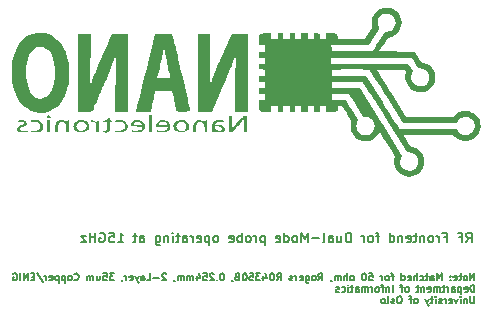
<source format=gbr>
%TF.GenerationSoftware,KiCad,Pcbnew,9.0.0-rc1*%
%TF.CreationDate,2025-01-29T12:40:29+01:00*%
%TF.ProjectId,Cinclidae,43696e63-6c69-4646-9165-2e6b69636164,rev?*%
%TF.SameCoordinates,PX8eb7a50PY5ee3fe0*%
%TF.FileFunction,Legend,Bot*%
%TF.FilePolarity,Positive*%
%FSLAX46Y46*%
G04 Gerber Fmt 4.6, Leading zero omitted, Abs format (unit mm)*
G04 Created by KiCad (PCBNEW 9.0.0-rc1) date 2025-01-29 12:40:29*
%MOMM*%
%LPD*%
G01*
G04 APERTURE LIST*
%ADD10C,0.150000*%
%ADD11C,0.000000*%
G04 APERTURE END LIST*
D10*
X20273696Y-7394295D02*
X20540363Y-7013342D01*
X20730839Y-7394295D02*
X20730839Y-6594295D01*
X20730839Y-6594295D02*
X20426077Y-6594295D01*
X20426077Y-6594295D02*
X20349887Y-6632390D01*
X20349887Y-6632390D02*
X20311792Y-6670485D01*
X20311792Y-6670485D02*
X20273696Y-6746676D01*
X20273696Y-6746676D02*
X20273696Y-6860961D01*
X20273696Y-6860961D02*
X20311792Y-6937152D01*
X20311792Y-6937152D02*
X20349887Y-6975247D01*
X20349887Y-6975247D02*
X20426077Y-7013342D01*
X20426077Y-7013342D02*
X20730839Y-7013342D01*
X19664173Y-6975247D02*
X19930839Y-6975247D01*
X19930839Y-7394295D02*
X19930839Y-6594295D01*
X19930839Y-6594295D02*
X19549887Y-6594295D01*
X18368935Y-6975247D02*
X18635601Y-6975247D01*
X18635601Y-7394295D02*
X18635601Y-6594295D01*
X18635601Y-6594295D02*
X18254649Y-6594295D01*
X17949887Y-7394295D02*
X17949887Y-6860961D01*
X17949887Y-7013342D02*
X17911792Y-6937152D01*
X17911792Y-6937152D02*
X17873697Y-6899057D01*
X17873697Y-6899057D02*
X17797506Y-6860961D01*
X17797506Y-6860961D02*
X17721316Y-6860961D01*
X17340364Y-7394295D02*
X17416554Y-7356200D01*
X17416554Y-7356200D02*
X17454649Y-7318104D01*
X17454649Y-7318104D02*
X17492745Y-7241914D01*
X17492745Y-7241914D02*
X17492745Y-7013342D01*
X17492745Y-7013342D02*
X17454649Y-6937152D01*
X17454649Y-6937152D02*
X17416554Y-6899057D01*
X17416554Y-6899057D02*
X17340364Y-6860961D01*
X17340364Y-6860961D02*
X17226078Y-6860961D01*
X17226078Y-6860961D02*
X17149887Y-6899057D01*
X17149887Y-6899057D02*
X17111792Y-6937152D01*
X17111792Y-6937152D02*
X17073697Y-7013342D01*
X17073697Y-7013342D02*
X17073697Y-7241914D01*
X17073697Y-7241914D02*
X17111792Y-7318104D01*
X17111792Y-7318104D02*
X17149887Y-7356200D01*
X17149887Y-7356200D02*
X17226078Y-7394295D01*
X17226078Y-7394295D02*
X17340364Y-7394295D01*
X16730839Y-6860961D02*
X16730839Y-7394295D01*
X16730839Y-6937152D02*
X16692744Y-6899057D01*
X16692744Y-6899057D02*
X16616554Y-6860961D01*
X16616554Y-6860961D02*
X16502268Y-6860961D01*
X16502268Y-6860961D02*
X16426077Y-6899057D01*
X16426077Y-6899057D02*
X16387982Y-6975247D01*
X16387982Y-6975247D02*
X16387982Y-7394295D01*
X16121315Y-6860961D02*
X15816553Y-6860961D01*
X16007029Y-6594295D02*
X16007029Y-7280009D01*
X16007029Y-7280009D02*
X15968934Y-7356200D01*
X15968934Y-7356200D02*
X15892744Y-7394295D01*
X15892744Y-7394295D02*
X15816553Y-7394295D01*
X15245124Y-7356200D02*
X15321315Y-7394295D01*
X15321315Y-7394295D02*
X15473696Y-7394295D01*
X15473696Y-7394295D02*
X15549886Y-7356200D01*
X15549886Y-7356200D02*
X15587982Y-7280009D01*
X15587982Y-7280009D02*
X15587982Y-6975247D01*
X15587982Y-6975247D02*
X15549886Y-6899057D01*
X15549886Y-6899057D02*
X15473696Y-6860961D01*
X15473696Y-6860961D02*
X15321315Y-6860961D01*
X15321315Y-6860961D02*
X15245124Y-6899057D01*
X15245124Y-6899057D02*
X15207029Y-6975247D01*
X15207029Y-6975247D02*
X15207029Y-7051438D01*
X15207029Y-7051438D02*
X15587982Y-7127628D01*
X14864172Y-6860961D02*
X14864172Y-7394295D01*
X14864172Y-6937152D02*
X14826077Y-6899057D01*
X14826077Y-6899057D02*
X14749887Y-6860961D01*
X14749887Y-6860961D02*
X14635601Y-6860961D01*
X14635601Y-6860961D02*
X14559410Y-6899057D01*
X14559410Y-6899057D02*
X14521315Y-6975247D01*
X14521315Y-6975247D02*
X14521315Y-7394295D01*
X13797505Y-7394295D02*
X13797505Y-6594295D01*
X13797505Y-7356200D02*
X13873696Y-7394295D01*
X13873696Y-7394295D02*
X14026077Y-7394295D01*
X14026077Y-7394295D02*
X14102267Y-7356200D01*
X14102267Y-7356200D02*
X14140362Y-7318104D01*
X14140362Y-7318104D02*
X14178458Y-7241914D01*
X14178458Y-7241914D02*
X14178458Y-7013342D01*
X14178458Y-7013342D02*
X14140362Y-6937152D01*
X14140362Y-6937152D02*
X14102267Y-6899057D01*
X14102267Y-6899057D02*
X14026077Y-6860961D01*
X14026077Y-6860961D02*
X13873696Y-6860961D01*
X13873696Y-6860961D02*
X13797505Y-6899057D01*
X12921314Y-6860961D02*
X12616552Y-6860961D01*
X12807028Y-7394295D02*
X12807028Y-6708580D01*
X12807028Y-6708580D02*
X12768933Y-6632390D01*
X12768933Y-6632390D02*
X12692743Y-6594295D01*
X12692743Y-6594295D02*
X12616552Y-6594295D01*
X12235600Y-7394295D02*
X12311790Y-7356200D01*
X12311790Y-7356200D02*
X12349885Y-7318104D01*
X12349885Y-7318104D02*
X12387981Y-7241914D01*
X12387981Y-7241914D02*
X12387981Y-7013342D01*
X12387981Y-7013342D02*
X12349885Y-6937152D01*
X12349885Y-6937152D02*
X12311790Y-6899057D01*
X12311790Y-6899057D02*
X12235600Y-6860961D01*
X12235600Y-6860961D02*
X12121314Y-6860961D01*
X12121314Y-6860961D02*
X12045123Y-6899057D01*
X12045123Y-6899057D02*
X12007028Y-6937152D01*
X12007028Y-6937152D02*
X11968933Y-7013342D01*
X11968933Y-7013342D02*
X11968933Y-7241914D01*
X11968933Y-7241914D02*
X12007028Y-7318104D01*
X12007028Y-7318104D02*
X12045123Y-7356200D01*
X12045123Y-7356200D02*
X12121314Y-7394295D01*
X12121314Y-7394295D02*
X12235600Y-7394295D01*
X11626075Y-7394295D02*
X11626075Y-6860961D01*
X11626075Y-7013342D02*
X11587980Y-6937152D01*
X11587980Y-6937152D02*
X11549885Y-6899057D01*
X11549885Y-6899057D02*
X11473694Y-6860961D01*
X11473694Y-6860961D02*
X11397504Y-6860961D01*
X10521313Y-7394295D02*
X10521313Y-6594295D01*
X10521313Y-6594295D02*
X10330837Y-6594295D01*
X10330837Y-6594295D02*
X10216551Y-6632390D01*
X10216551Y-6632390D02*
X10140361Y-6708580D01*
X10140361Y-6708580D02*
X10102266Y-6784771D01*
X10102266Y-6784771D02*
X10064170Y-6937152D01*
X10064170Y-6937152D02*
X10064170Y-7051438D01*
X10064170Y-7051438D02*
X10102266Y-7203819D01*
X10102266Y-7203819D02*
X10140361Y-7280009D01*
X10140361Y-7280009D02*
X10216551Y-7356200D01*
X10216551Y-7356200D02*
X10330837Y-7394295D01*
X10330837Y-7394295D02*
X10521313Y-7394295D01*
X9378456Y-6860961D02*
X9378456Y-7394295D01*
X9721313Y-6860961D02*
X9721313Y-7280009D01*
X9721313Y-7280009D02*
X9683218Y-7356200D01*
X9683218Y-7356200D02*
X9607028Y-7394295D01*
X9607028Y-7394295D02*
X9492742Y-7394295D01*
X9492742Y-7394295D02*
X9416551Y-7356200D01*
X9416551Y-7356200D02*
X9378456Y-7318104D01*
X8654646Y-7394295D02*
X8654646Y-6975247D01*
X8654646Y-6975247D02*
X8692741Y-6899057D01*
X8692741Y-6899057D02*
X8768932Y-6860961D01*
X8768932Y-6860961D02*
X8921313Y-6860961D01*
X8921313Y-6860961D02*
X8997503Y-6899057D01*
X8654646Y-7356200D02*
X8730837Y-7394295D01*
X8730837Y-7394295D02*
X8921313Y-7394295D01*
X8921313Y-7394295D02*
X8997503Y-7356200D01*
X8997503Y-7356200D02*
X9035599Y-7280009D01*
X9035599Y-7280009D02*
X9035599Y-7203819D01*
X9035599Y-7203819D02*
X8997503Y-7127628D01*
X8997503Y-7127628D02*
X8921313Y-7089533D01*
X8921313Y-7089533D02*
X8730837Y-7089533D01*
X8730837Y-7089533D02*
X8654646Y-7051438D01*
X8159408Y-7394295D02*
X8235598Y-7356200D01*
X8235598Y-7356200D02*
X8273693Y-7280009D01*
X8273693Y-7280009D02*
X8273693Y-6594295D01*
X7854645Y-7089533D02*
X7245122Y-7089533D01*
X6864169Y-7394295D02*
X6864169Y-6594295D01*
X6864169Y-6594295D02*
X6597503Y-7165723D01*
X6597503Y-7165723D02*
X6330836Y-6594295D01*
X6330836Y-6594295D02*
X6330836Y-7394295D01*
X5835598Y-7394295D02*
X5911788Y-7356200D01*
X5911788Y-7356200D02*
X5949883Y-7318104D01*
X5949883Y-7318104D02*
X5987979Y-7241914D01*
X5987979Y-7241914D02*
X5987979Y-7013342D01*
X5987979Y-7013342D02*
X5949883Y-6937152D01*
X5949883Y-6937152D02*
X5911788Y-6899057D01*
X5911788Y-6899057D02*
X5835598Y-6860961D01*
X5835598Y-6860961D02*
X5721312Y-6860961D01*
X5721312Y-6860961D02*
X5645121Y-6899057D01*
X5645121Y-6899057D02*
X5607026Y-6937152D01*
X5607026Y-6937152D02*
X5568931Y-7013342D01*
X5568931Y-7013342D02*
X5568931Y-7241914D01*
X5568931Y-7241914D02*
X5607026Y-7318104D01*
X5607026Y-7318104D02*
X5645121Y-7356200D01*
X5645121Y-7356200D02*
X5721312Y-7394295D01*
X5721312Y-7394295D02*
X5835598Y-7394295D01*
X4883216Y-7394295D02*
X4883216Y-6594295D01*
X4883216Y-7356200D02*
X4959407Y-7394295D01*
X4959407Y-7394295D02*
X5111788Y-7394295D01*
X5111788Y-7394295D02*
X5187978Y-7356200D01*
X5187978Y-7356200D02*
X5226073Y-7318104D01*
X5226073Y-7318104D02*
X5264169Y-7241914D01*
X5264169Y-7241914D02*
X5264169Y-7013342D01*
X5264169Y-7013342D02*
X5226073Y-6937152D01*
X5226073Y-6937152D02*
X5187978Y-6899057D01*
X5187978Y-6899057D02*
X5111788Y-6860961D01*
X5111788Y-6860961D02*
X4959407Y-6860961D01*
X4959407Y-6860961D02*
X4883216Y-6899057D01*
X4197501Y-7356200D02*
X4273692Y-7394295D01*
X4273692Y-7394295D02*
X4426073Y-7394295D01*
X4426073Y-7394295D02*
X4502263Y-7356200D01*
X4502263Y-7356200D02*
X4540359Y-7280009D01*
X4540359Y-7280009D02*
X4540359Y-6975247D01*
X4540359Y-6975247D02*
X4502263Y-6899057D01*
X4502263Y-6899057D02*
X4426073Y-6860961D01*
X4426073Y-6860961D02*
X4273692Y-6860961D01*
X4273692Y-6860961D02*
X4197501Y-6899057D01*
X4197501Y-6899057D02*
X4159406Y-6975247D01*
X4159406Y-6975247D02*
X4159406Y-7051438D01*
X4159406Y-7051438D02*
X4540359Y-7127628D01*
X3207025Y-6860961D02*
X3207025Y-7660961D01*
X3207025Y-6899057D02*
X3130835Y-6860961D01*
X3130835Y-6860961D02*
X2978454Y-6860961D01*
X2978454Y-6860961D02*
X2902263Y-6899057D01*
X2902263Y-6899057D02*
X2864168Y-6937152D01*
X2864168Y-6937152D02*
X2826073Y-7013342D01*
X2826073Y-7013342D02*
X2826073Y-7241914D01*
X2826073Y-7241914D02*
X2864168Y-7318104D01*
X2864168Y-7318104D02*
X2902263Y-7356200D01*
X2902263Y-7356200D02*
X2978454Y-7394295D01*
X2978454Y-7394295D02*
X3130835Y-7394295D01*
X3130835Y-7394295D02*
X3207025Y-7356200D01*
X2483215Y-7394295D02*
X2483215Y-6860961D01*
X2483215Y-7013342D02*
X2445120Y-6937152D01*
X2445120Y-6937152D02*
X2407025Y-6899057D01*
X2407025Y-6899057D02*
X2330834Y-6860961D01*
X2330834Y-6860961D02*
X2254644Y-6860961D01*
X1873692Y-7394295D02*
X1949882Y-7356200D01*
X1949882Y-7356200D02*
X1987977Y-7318104D01*
X1987977Y-7318104D02*
X2026073Y-7241914D01*
X2026073Y-7241914D02*
X2026073Y-7013342D01*
X2026073Y-7013342D02*
X1987977Y-6937152D01*
X1987977Y-6937152D02*
X1949882Y-6899057D01*
X1949882Y-6899057D02*
X1873692Y-6860961D01*
X1873692Y-6860961D02*
X1759406Y-6860961D01*
X1759406Y-6860961D02*
X1683215Y-6899057D01*
X1683215Y-6899057D02*
X1645120Y-6937152D01*
X1645120Y-6937152D02*
X1607025Y-7013342D01*
X1607025Y-7013342D02*
X1607025Y-7241914D01*
X1607025Y-7241914D02*
X1645120Y-7318104D01*
X1645120Y-7318104D02*
X1683215Y-7356200D01*
X1683215Y-7356200D02*
X1759406Y-7394295D01*
X1759406Y-7394295D02*
X1873692Y-7394295D01*
X1264167Y-7394295D02*
X1264167Y-6594295D01*
X1264167Y-6899057D02*
X1187977Y-6860961D01*
X1187977Y-6860961D02*
X1035596Y-6860961D01*
X1035596Y-6860961D02*
X959405Y-6899057D01*
X959405Y-6899057D02*
X921310Y-6937152D01*
X921310Y-6937152D02*
X883215Y-7013342D01*
X883215Y-7013342D02*
X883215Y-7241914D01*
X883215Y-7241914D02*
X921310Y-7318104D01*
X921310Y-7318104D02*
X959405Y-7356200D01*
X959405Y-7356200D02*
X1035596Y-7394295D01*
X1035596Y-7394295D02*
X1187977Y-7394295D01*
X1187977Y-7394295D02*
X1264167Y-7356200D01*
X235595Y-7356200D02*
X311786Y-7394295D01*
X311786Y-7394295D02*
X464167Y-7394295D01*
X464167Y-7394295D02*
X540357Y-7356200D01*
X540357Y-7356200D02*
X578453Y-7280009D01*
X578453Y-7280009D02*
X578453Y-6975247D01*
X578453Y-6975247D02*
X540357Y-6899057D01*
X540357Y-6899057D02*
X464167Y-6860961D01*
X464167Y-6860961D02*
X311786Y-6860961D01*
X311786Y-6860961D02*
X235595Y-6899057D01*
X235595Y-6899057D02*
X197500Y-6975247D01*
X197500Y-6975247D02*
X197500Y-7051438D01*
X197500Y-7051438D02*
X578453Y-7127628D01*
X-869166Y-7394295D02*
X-792976Y-7356200D01*
X-792976Y-7356200D02*
X-754881Y-7318104D01*
X-754881Y-7318104D02*
X-716785Y-7241914D01*
X-716785Y-7241914D02*
X-716785Y-7013342D01*
X-716785Y-7013342D02*
X-754881Y-6937152D01*
X-754881Y-6937152D02*
X-792976Y-6899057D01*
X-792976Y-6899057D02*
X-869166Y-6860961D01*
X-869166Y-6860961D02*
X-983452Y-6860961D01*
X-983452Y-6860961D02*
X-1059643Y-6899057D01*
X-1059643Y-6899057D02*
X-1097738Y-6937152D01*
X-1097738Y-6937152D02*
X-1135833Y-7013342D01*
X-1135833Y-7013342D02*
X-1135833Y-7241914D01*
X-1135833Y-7241914D02*
X-1097738Y-7318104D01*
X-1097738Y-7318104D02*
X-1059643Y-7356200D01*
X-1059643Y-7356200D02*
X-983452Y-7394295D01*
X-983452Y-7394295D02*
X-869166Y-7394295D01*
X-1478691Y-6860961D02*
X-1478691Y-7660961D01*
X-1478691Y-6899057D02*
X-1554881Y-6860961D01*
X-1554881Y-6860961D02*
X-1707262Y-6860961D01*
X-1707262Y-6860961D02*
X-1783453Y-6899057D01*
X-1783453Y-6899057D02*
X-1821548Y-6937152D01*
X-1821548Y-6937152D02*
X-1859643Y-7013342D01*
X-1859643Y-7013342D02*
X-1859643Y-7241914D01*
X-1859643Y-7241914D02*
X-1821548Y-7318104D01*
X-1821548Y-7318104D02*
X-1783453Y-7356200D01*
X-1783453Y-7356200D02*
X-1707262Y-7394295D01*
X-1707262Y-7394295D02*
X-1554881Y-7394295D01*
X-1554881Y-7394295D02*
X-1478691Y-7356200D01*
X-2507263Y-7356200D02*
X-2431072Y-7394295D01*
X-2431072Y-7394295D02*
X-2278691Y-7394295D01*
X-2278691Y-7394295D02*
X-2202501Y-7356200D01*
X-2202501Y-7356200D02*
X-2164405Y-7280009D01*
X-2164405Y-7280009D02*
X-2164405Y-6975247D01*
X-2164405Y-6975247D02*
X-2202501Y-6899057D01*
X-2202501Y-6899057D02*
X-2278691Y-6860961D01*
X-2278691Y-6860961D02*
X-2431072Y-6860961D01*
X-2431072Y-6860961D02*
X-2507263Y-6899057D01*
X-2507263Y-6899057D02*
X-2545358Y-6975247D01*
X-2545358Y-6975247D02*
X-2545358Y-7051438D01*
X-2545358Y-7051438D02*
X-2164405Y-7127628D01*
X-2888215Y-7394295D02*
X-2888215Y-6860961D01*
X-2888215Y-7013342D02*
X-2926310Y-6937152D01*
X-2926310Y-6937152D02*
X-2964405Y-6899057D01*
X-2964405Y-6899057D02*
X-3040596Y-6860961D01*
X-3040596Y-6860961D02*
X-3116786Y-6860961D01*
X-3726310Y-7394295D02*
X-3726310Y-6975247D01*
X-3726310Y-6975247D02*
X-3688215Y-6899057D01*
X-3688215Y-6899057D02*
X-3612024Y-6860961D01*
X-3612024Y-6860961D02*
X-3459643Y-6860961D01*
X-3459643Y-6860961D02*
X-3383453Y-6899057D01*
X-3726310Y-7356200D02*
X-3650119Y-7394295D01*
X-3650119Y-7394295D02*
X-3459643Y-7394295D01*
X-3459643Y-7394295D02*
X-3383453Y-7356200D01*
X-3383453Y-7356200D02*
X-3345357Y-7280009D01*
X-3345357Y-7280009D02*
X-3345357Y-7203819D01*
X-3345357Y-7203819D02*
X-3383453Y-7127628D01*
X-3383453Y-7127628D02*
X-3459643Y-7089533D01*
X-3459643Y-7089533D02*
X-3650119Y-7089533D01*
X-3650119Y-7089533D02*
X-3726310Y-7051438D01*
X-3992977Y-6860961D02*
X-4297739Y-6860961D01*
X-4107263Y-6594295D02*
X-4107263Y-7280009D01*
X-4107263Y-7280009D02*
X-4145358Y-7356200D01*
X-4145358Y-7356200D02*
X-4221548Y-7394295D01*
X-4221548Y-7394295D02*
X-4297739Y-7394295D01*
X-4564406Y-7394295D02*
X-4564406Y-6860961D01*
X-4564406Y-6594295D02*
X-4526310Y-6632390D01*
X-4526310Y-6632390D02*
X-4564406Y-6670485D01*
X-4564406Y-6670485D02*
X-4602501Y-6632390D01*
X-4602501Y-6632390D02*
X-4564406Y-6594295D01*
X-4564406Y-6594295D02*
X-4564406Y-6670485D01*
X-4945358Y-6860961D02*
X-4945358Y-7394295D01*
X-4945358Y-6937152D02*
X-4983453Y-6899057D01*
X-4983453Y-6899057D02*
X-5059643Y-6860961D01*
X-5059643Y-6860961D02*
X-5173929Y-6860961D01*
X-5173929Y-6860961D02*
X-5250120Y-6899057D01*
X-5250120Y-6899057D02*
X-5288215Y-6975247D01*
X-5288215Y-6975247D02*
X-5288215Y-7394295D01*
X-6012025Y-6860961D02*
X-6012025Y-7508580D01*
X-6012025Y-7508580D02*
X-5973930Y-7584771D01*
X-5973930Y-7584771D02*
X-5935834Y-7622866D01*
X-5935834Y-7622866D02*
X-5859644Y-7660961D01*
X-5859644Y-7660961D02*
X-5745358Y-7660961D01*
X-5745358Y-7660961D02*
X-5669168Y-7622866D01*
X-6012025Y-7356200D02*
X-5935834Y-7394295D01*
X-5935834Y-7394295D02*
X-5783453Y-7394295D01*
X-5783453Y-7394295D02*
X-5707263Y-7356200D01*
X-5707263Y-7356200D02*
X-5669168Y-7318104D01*
X-5669168Y-7318104D02*
X-5631072Y-7241914D01*
X-5631072Y-7241914D02*
X-5631072Y-7013342D01*
X-5631072Y-7013342D02*
X-5669168Y-6937152D01*
X-5669168Y-6937152D02*
X-5707263Y-6899057D01*
X-5707263Y-6899057D02*
X-5783453Y-6860961D01*
X-5783453Y-6860961D02*
X-5935834Y-6860961D01*
X-5935834Y-6860961D02*
X-6012025Y-6899057D01*
X-7345359Y-7394295D02*
X-7345359Y-6975247D01*
X-7345359Y-6975247D02*
X-7307264Y-6899057D01*
X-7307264Y-6899057D02*
X-7231073Y-6860961D01*
X-7231073Y-6860961D02*
X-7078692Y-6860961D01*
X-7078692Y-6860961D02*
X-7002502Y-6899057D01*
X-7345359Y-7356200D02*
X-7269168Y-7394295D01*
X-7269168Y-7394295D02*
X-7078692Y-7394295D01*
X-7078692Y-7394295D02*
X-7002502Y-7356200D01*
X-7002502Y-7356200D02*
X-6964406Y-7280009D01*
X-6964406Y-7280009D02*
X-6964406Y-7203819D01*
X-6964406Y-7203819D02*
X-7002502Y-7127628D01*
X-7002502Y-7127628D02*
X-7078692Y-7089533D01*
X-7078692Y-7089533D02*
X-7269168Y-7089533D01*
X-7269168Y-7089533D02*
X-7345359Y-7051438D01*
X-7612026Y-6860961D02*
X-7916788Y-6860961D01*
X-7726312Y-6594295D02*
X-7726312Y-7280009D01*
X-7726312Y-7280009D02*
X-7764407Y-7356200D01*
X-7764407Y-7356200D02*
X-7840597Y-7394295D01*
X-7840597Y-7394295D02*
X-7916788Y-7394295D01*
X-9212026Y-7394295D02*
X-8754883Y-7394295D01*
X-8983455Y-7394295D02*
X-8983455Y-6594295D01*
X-8983455Y-6594295D02*
X-8907264Y-6708580D01*
X-8907264Y-6708580D02*
X-8831074Y-6784771D01*
X-8831074Y-6784771D02*
X-8754883Y-6822866D01*
X-9935836Y-6594295D02*
X-9554884Y-6594295D01*
X-9554884Y-6594295D02*
X-9516788Y-6975247D01*
X-9516788Y-6975247D02*
X-9554884Y-6937152D01*
X-9554884Y-6937152D02*
X-9631074Y-6899057D01*
X-9631074Y-6899057D02*
X-9821550Y-6899057D01*
X-9821550Y-6899057D02*
X-9897741Y-6937152D01*
X-9897741Y-6937152D02*
X-9935836Y-6975247D01*
X-9935836Y-6975247D02*
X-9973931Y-7051438D01*
X-9973931Y-7051438D02*
X-9973931Y-7241914D01*
X-9973931Y-7241914D02*
X-9935836Y-7318104D01*
X-9935836Y-7318104D02*
X-9897741Y-7356200D01*
X-9897741Y-7356200D02*
X-9821550Y-7394295D01*
X-9821550Y-7394295D02*
X-9631074Y-7394295D01*
X-9631074Y-7394295D02*
X-9554884Y-7356200D01*
X-9554884Y-7356200D02*
X-9516788Y-7318104D01*
X-10735836Y-6632390D02*
X-10659646Y-6594295D01*
X-10659646Y-6594295D02*
X-10545360Y-6594295D01*
X-10545360Y-6594295D02*
X-10431074Y-6632390D01*
X-10431074Y-6632390D02*
X-10354884Y-6708580D01*
X-10354884Y-6708580D02*
X-10316789Y-6784771D01*
X-10316789Y-6784771D02*
X-10278693Y-6937152D01*
X-10278693Y-6937152D02*
X-10278693Y-7051438D01*
X-10278693Y-7051438D02*
X-10316789Y-7203819D01*
X-10316789Y-7203819D02*
X-10354884Y-7280009D01*
X-10354884Y-7280009D02*
X-10431074Y-7356200D01*
X-10431074Y-7356200D02*
X-10545360Y-7394295D01*
X-10545360Y-7394295D02*
X-10621551Y-7394295D01*
X-10621551Y-7394295D02*
X-10735836Y-7356200D01*
X-10735836Y-7356200D02*
X-10773932Y-7318104D01*
X-10773932Y-7318104D02*
X-10773932Y-7051438D01*
X-10773932Y-7051438D02*
X-10621551Y-7051438D01*
X-11116789Y-7394295D02*
X-11116789Y-6594295D01*
X-11116789Y-6975247D02*
X-11573932Y-6975247D01*
X-11573932Y-7394295D02*
X-11573932Y-6594295D01*
X-11878693Y-6860961D02*
X-12297741Y-6860961D01*
X-12297741Y-6860961D02*
X-11878693Y-7394295D01*
X-11878693Y-7394295D02*
X-12297741Y-7394295D01*
X20968458Y-10646839D02*
X20968458Y-10046839D01*
X20968458Y-10046839D02*
X20625601Y-10646839D01*
X20625601Y-10646839D02*
X20625601Y-10046839D01*
X20254173Y-10646839D02*
X20311316Y-10618268D01*
X20311316Y-10618268D02*
X20339887Y-10589696D01*
X20339887Y-10589696D02*
X20368459Y-10532553D01*
X20368459Y-10532553D02*
X20368459Y-10361125D01*
X20368459Y-10361125D02*
X20339887Y-10303982D01*
X20339887Y-10303982D02*
X20311316Y-10275410D01*
X20311316Y-10275410D02*
X20254173Y-10246839D01*
X20254173Y-10246839D02*
X20168459Y-10246839D01*
X20168459Y-10246839D02*
X20111316Y-10275410D01*
X20111316Y-10275410D02*
X20082745Y-10303982D01*
X20082745Y-10303982D02*
X20054173Y-10361125D01*
X20054173Y-10361125D02*
X20054173Y-10532553D01*
X20054173Y-10532553D02*
X20082745Y-10589696D01*
X20082745Y-10589696D02*
X20111316Y-10618268D01*
X20111316Y-10618268D02*
X20168459Y-10646839D01*
X20168459Y-10646839D02*
X20254173Y-10646839D01*
X19882745Y-10246839D02*
X19654173Y-10246839D01*
X19797030Y-10046839D02*
X19797030Y-10561125D01*
X19797030Y-10561125D02*
X19768459Y-10618268D01*
X19768459Y-10618268D02*
X19711316Y-10646839D01*
X19711316Y-10646839D02*
X19654173Y-10646839D01*
X19225602Y-10618268D02*
X19282745Y-10646839D01*
X19282745Y-10646839D02*
X19397031Y-10646839D01*
X19397031Y-10646839D02*
X19454173Y-10618268D01*
X19454173Y-10618268D02*
X19482745Y-10561125D01*
X19482745Y-10561125D02*
X19482745Y-10332553D01*
X19482745Y-10332553D02*
X19454173Y-10275410D01*
X19454173Y-10275410D02*
X19397031Y-10246839D01*
X19397031Y-10246839D02*
X19282745Y-10246839D01*
X19282745Y-10246839D02*
X19225602Y-10275410D01*
X19225602Y-10275410D02*
X19197031Y-10332553D01*
X19197031Y-10332553D02*
X19197031Y-10389696D01*
X19197031Y-10389696D02*
X19482745Y-10446839D01*
X18939887Y-10589696D02*
X18911316Y-10618268D01*
X18911316Y-10618268D02*
X18939887Y-10646839D01*
X18939887Y-10646839D02*
X18968459Y-10618268D01*
X18968459Y-10618268D02*
X18939887Y-10589696D01*
X18939887Y-10589696D02*
X18939887Y-10646839D01*
X18939887Y-10275410D02*
X18911316Y-10303982D01*
X18911316Y-10303982D02*
X18939887Y-10332553D01*
X18939887Y-10332553D02*
X18968459Y-10303982D01*
X18968459Y-10303982D02*
X18939887Y-10275410D01*
X18939887Y-10275410D02*
X18939887Y-10332553D01*
X18197030Y-10646839D02*
X18197030Y-10046839D01*
X18197030Y-10046839D02*
X17997030Y-10475410D01*
X17997030Y-10475410D02*
X17797030Y-10046839D01*
X17797030Y-10046839D02*
X17797030Y-10646839D01*
X17254174Y-10646839D02*
X17254174Y-10332553D01*
X17254174Y-10332553D02*
X17282745Y-10275410D01*
X17282745Y-10275410D02*
X17339888Y-10246839D01*
X17339888Y-10246839D02*
X17454174Y-10246839D01*
X17454174Y-10246839D02*
X17511316Y-10275410D01*
X17254174Y-10618268D02*
X17311316Y-10646839D01*
X17311316Y-10646839D02*
X17454174Y-10646839D01*
X17454174Y-10646839D02*
X17511316Y-10618268D01*
X17511316Y-10618268D02*
X17539888Y-10561125D01*
X17539888Y-10561125D02*
X17539888Y-10503982D01*
X17539888Y-10503982D02*
X17511316Y-10446839D01*
X17511316Y-10446839D02*
X17454174Y-10418268D01*
X17454174Y-10418268D02*
X17311316Y-10418268D01*
X17311316Y-10418268D02*
X17254174Y-10389696D01*
X17054174Y-10246839D02*
X16825602Y-10246839D01*
X16968459Y-10046839D02*
X16968459Y-10561125D01*
X16968459Y-10561125D02*
X16939888Y-10618268D01*
X16939888Y-10618268D02*
X16882745Y-10646839D01*
X16882745Y-10646839D02*
X16825602Y-10646839D01*
X16368460Y-10618268D02*
X16425602Y-10646839D01*
X16425602Y-10646839D02*
X16539888Y-10646839D01*
X16539888Y-10646839D02*
X16597031Y-10618268D01*
X16597031Y-10618268D02*
X16625602Y-10589696D01*
X16625602Y-10589696D02*
X16654174Y-10532553D01*
X16654174Y-10532553D02*
X16654174Y-10361125D01*
X16654174Y-10361125D02*
X16625602Y-10303982D01*
X16625602Y-10303982D02*
X16597031Y-10275410D01*
X16597031Y-10275410D02*
X16539888Y-10246839D01*
X16539888Y-10246839D02*
X16425602Y-10246839D01*
X16425602Y-10246839D02*
X16368460Y-10275410D01*
X16111316Y-10646839D02*
X16111316Y-10046839D01*
X15854174Y-10646839D02*
X15854174Y-10332553D01*
X15854174Y-10332553D02*
X15882745Y-10275410D01*
X15882745Y-10275410D02*
X15939888Y-10246839D01*
X15939888Y-10246839D02*
X16025602Y-10246839D01*
X16025602Y-10246839D02*
X16082745Y-10275410D01*
X16082745Y-10275410D02*
X16111316Y-10303982D01*
X15339888Y-10618268D02*
X15397031Y-10646839D01*
X15397031Y-10646839D02*
X15511317Y-10646839D01*
X15511317Y-10646839D02*
X15568459Y-10618268D01*
X15568459Y-10618268D02*
X15597031Y-10561125D01*
X15597031Y-10561125D02*
X15597031Y-10332553D01*
X15597031Y-10332553D02*
X15568459Y-10275410D01*
X15568459Y-10275410D02*
X15511317Y-10246839D01*
X15511317Y-10246839D02*
X15397031Y-10246839D01*
X15397031Y-10246839D02*
X15339888Y-10275410D01*
X15339888Y-10275410D02*
X15311317Y-10332553D01*
X15311317Y-10332553D02*
X15311317Y-10389696D01*
X15311317Y-10389696D02*
X15597031Y-10446839D01*
X14797031Y-10646839D02*
X14797031Y-10046839D01*
X14797031Y-10618268D02*
X14854173Y-10646839D01*
X14854173Y-10646839D02*
X14968459Y-10646839D01*
X14968459Y-10646839D02*
X15025602Y-10618268D01*
X15025602Y-10618268D02*
X15054173Y-10589696D01*
X15054173Y-10589696D02*
X15082745Y-10532553D01*
X15082745Y-10532553D02*
X15082745Y-10361125D01*
X15082745Y-10361125D02*
X15054173Y-10303982D01*
X15054173Y-10303982D02*
X15025602Y-10275410D01*
X15025602Y-10275410D02*
X14968459Y-10246839D01*
X14968459Y-10246839D02*
X14854173Y-10246839D01*
X14854173Y-10246839D02*
X14797031Y-10275410D01*
X14139888Y-10246839D02*
X13911316Y-10246839D01*
X14054173Y-10646839D02*
X14054173Y-10132553D01*
X14054173Y-10132553D02*
X14025602Y-10075410D01*
X14025602Y-10075410D02*
X13968459Y-10046839D01*
X13968459Y-10046839D02*
X13911316Y-10046839D01*
X13625602Y-10646839D02*
X13682745Y-10618268D01*
X13682745Y-10618268D02*
X13711316Y-10589696D01*
X13711316Y-10589696D02*
X13739888Y-10532553D01*
X13739888Y-10532553D02*
X13739888Y-10361125D01*
X13739888Y-10361125D02*
X13711316Y-10303982D01*
X13711316Y-10303982D02*
X13682745Y-10275410D01*
X13682745Y-10275410D02*
X13625602Y-10246839D01*
X13625602Y-10246839D02*
X13539888Y-10246839D01*
X13539888Y-10246839D02*
X13482745Y-10275410D01*
X13482745Y-10275410D02*
X13454174Y-10303982D01*
X13454174Y-10303982D02*
X13425602Y-10361125D01*
X13425602Y-10361125D02*
X13425602Y-10532553D01*
X13425602Y-10532553D02*
X13454174Y-10589696D01*
X13454174Y-10589696D02*
X13482745Y-10618268D01*
X13482745Y-10618268D02*
X13539888Y-10646839D01*
X13539888Y-10646839D02*
X13625602Y-10646839D01*
X13168459Y-10646839D02*
X13168459Y-10246839D01*
X13168459Y-10361125D02*
X13139888Y-10303982D01*
X13139888Y-10303982D02*
X13111317Y-10275410D01*
X13111317Y-10275410D02*
X13054174Y-10246839D01*
X13054174Y-10246839D02*
X12997031Y-10246839D01*
X12054173Y-10046839D02*
X12339887Y-10046839D01*
X12339887Y-10046839D02*
X12368459Y-10332553D01*
X12368459Y-10332553D02*
X12339887Y-10303982D01*
X12339887Y-10303982D02*
X12282745Y-10275410D01*
X12282745Y-10275410D02*
X12139887Y-10275410D01*
X12139887Y-10275410D02*
X12082745Y-10303982D01*
X12082745Y-10303982D02*
X12054173Y-10332553D01*
X12054173Y-10332553D02*
X12025602Y-10389696D01*
X12025602Y-10389696D02*
X12025602Y-10532553D01*
X12025602Y-10532553D02*
X12054173Y-10589696D01*
X12054173Y-10589696D02*
X12082745Y-10618268D01*
X12082745Y-10618268D02*
X12139887Y-10646839D01*
X12139887Y-10646839D02*
X12282745Y-10646839D01*
X12282745Y-10646839D02*
X12339887Y-10618268D01*
X12339887Y-10618268D02*
X12368459Y-10589696D01*
X11654173Y-10046839D02*
X11597030Y-10046839D01*
X11597030Y-10046839D02*
X11539887Y-10075410D01*
X11539887Y-10075410D02*
X11511316Y-10103982D01*
X11511316Y-10103982D02*
X11482744Y-10161125D01*
X11482744Y-10161125D02*
X11454173Y-10275410D01*
X11454173Y-10275410D02*
X11454173Y-10418268D01*
X11454173Y-10418268D02*
X11482744Y-10532553D01*
X11482744Y-10532553D02*
X11511316Y-10589696D01*
X11511316Y-10589696D02*
X11539887Y-10618268D01*
X11539887Y-10618268D02*
X11597030Y-10646839D01*
X11597030Y-10646839D02*
X11654173Y-10646839D01*
X11654173Y-10646839D02*
X11711316Y-10618268D01*
X11711316Y-10618268D02*
X11739887Y-10589696D01*
X11739887Y-10589696D02*
X11768458Y-10532553D01*
X11768458Y-10532553D02*
X11797030Y-10418268D01*
X11797030Y-10418268D02*
X11797030Y-10275410D01*
X11797030Y-10275410D02*
X11768458Y-10161125D01*
X11768458Y-10161125D02*
X11739887Y-10103982D01*
X11739887Y-10103982D02*
X11711316Y-10075410D01*
X11711316Y-10075410D02*
X11654173Y-10046839D01*
X10654172Y-10646839D02*
X10711315Y-10618268D01*
X10711315Y-10618268D02*
X10739886Y-10589696D01*
X10739886Y-10589696D02*
X10768458Y-10532553D01*
X10768458Y-10532553D02*
X10768458Y-10361125D01*
X10768458Y-10361125D02*
X10739886Y-10303982D01*
X10739886Y-10303982D02*
X10711315Y-10275410D01*
X10711315Y-10275410D02*
X10654172Y-10246839D01*
X10654172Y-10246839D02*
X10568458Y-10246839D01*
X10568458Y-10246839D02*
X10511315Y-10275410D01*
X10511315Y-10275410D02*
X10482744Y-10303982D01*
X10482744Y-10303982D02*
X10454172Y-10361125D01*
X10454172Y-10361125D02*
X10454172Y-10532553D01*
X10454172Y-10532553D02*
X10482744Y-10589696D01*
X10482744Y-10589696D02*
X10511315Y-10618268D01*
X10511315Y-10618268D02*
X10568458Y-10646839D01*
X10568458Y-10646839D02*
X10654172Y-10646839D01*
X10197029Y-10646839D02*
X10197029Y-10046839D01*
X9939887Y-10646839D02*
X9939887Y-10332553D01*
X9939887Y-10332553D02*
X9968458Y-10275410D01*
X9968458Y-10275410D02*
X10025601Y-10246839D01*
X10025601Y-10246839D02*
X10111315Y-10246839D01*
X10111315Y-10246839D02*
X10168458Y-10275410D01*
X10168458Y-10275410D02*
X10197029Y-10303982D01*
X9654172Y-10646839D02*
X9654172Y-10246839D01*
X9654172Y-10303982D02*
X9625601Y-10275410D01*
X9625601Y-10275410D02*
X9568458Y-10246839D01*
X9568458Y-10246839D02*
X9482744Y-10246839D01*
X9482744Y-10246839D02*
X9425601Y-10275410D01*
X9425601Y-10275410D02*
X9397030Y-10332553D01*
X9397030Y-10332553D02*
X9397030Y-10646839D01*
X9397030Y-10332553D02*
X9368458Y-10275410D01*
X9368458Y-10275410D02*
X9311315Y-10246839D01*
X9311315Y-10246839D02*
X9225601Y-10246839D01*
X9225601Y-10246839D02*
X9168458Y-10275410D01*
X9168458Y-10275410D02*
X9139887Y-10332553D01*
X9139887Y-10332553D02*
X9139887Y-10646839D01*
X8825601Y-10618268D02*
X8825601Y-10646839D01*
X8825601Y-10646839D02*
X8854172Y-10703982D01*
X8854172Y-10703982D02*
X8882744Y-10732553D01*
X7768458Y-10646839D02*
X7968458Y-10361125D01*
X8111315Y-10646839D02*
X8111315Y-10046839D01*
X8111315Y-10046839D02*
X7882744Y-10046839D01*
X7882744Y-10046839D02*
X7825601Y-10075410D01*
X7825601Y-10075410D02*
X7797030Y-10103982D01*
X7797030Y-10103982D02*
X7768458Y-10161125D01*
X7768458Y-10161125D02*
X7768458Y-10246839D01*
X7768458Y-10246839D02*
X7797030Y-10303982D01*
X7797030Y-10303982D02*
X7825601Y-10332553D01*
X7825601Y-10332553D02*
X7882744Y-10361125D01*
X7882744Y-10361125D02*
X8111315Y-10361125D01*
X7425601Y-10646839D02*
X7482744Y-10618268D01*
X7482744Y-10618268D02*
X7511315Y-10589696D01*
X7511315Y-10589696D02*
X7539887Y-10532553D01*
X7539887Y-10532553D02*
X7539887Y-10361125D01*
X7539887Y-10361125D02*
X7511315Y-10303982D01*
X7511315Y-10303982D02*
X7482744Y-10275410D01*
X7482744Y-10275410D02*
X7425601Y-10246839D01*
X7425601Y-10246839D02*
X7339887Y-10246839D01*
X7339887Y-10246839D02*
X7282744Y-10275410D01*
X7282744Y-10275410D02*
X7254173Y-10303982D01*
X7254173Y-10303982D02*
X7225601Y-10361125D01*
X7225601Y-10361125D02*
X7225601Y-10532553D01*
X7225601Y-10532553D02*
X7254173Y-10589696D01*
X7254173Y-10589696D02*
X7282744Y-10618268D01*
X7282744Y-10618268D02*
X7339887Y-10646839D01*
X7339887Y-10646839D02*
X7425601Y-10646839D01*
X6711316Y-10246839D02*
X6711316Y-10732553D01*
X6711316Y-10732553D02*
X6739887Y-10789696D01*
X6739887Y-10789696D02*
X6768458Y-10818268D01*
X6768458Y-10818268D02*
X6825601Y-10846839D01*
X6825601Y-10846839D02*
X6911316Y-10846839D01*
X6911316Y-10846839D02*
X6968458Y-10818268D01*
X6711316Y-10618268D02*
X6768458Y-10646839D01*
X6768458Y-10646839D02*
X6882744Y-10646839D01*
X6882744Y-10646839D02*
X6939887Y-10618268D01*
X6939887Y-10618268D02*
X6968458Y-10589696D01*
X6968458Y-10589696D02*
X6997030Y-10532553D01*
X6997030Y-10532553D02*
X6997030Y-10361125D01*
X6997030Y-10361125D02*
X6968458Y-10303982D01*
X6968458Y-10303982D02*
X6939887Y-10275410D01*
X6939887Y-10275410D02*
X6882744Y-10246839D01*
X6882744Y-10246839D02*
X6768458Y-10246839D01*
X6768458Y-10246839D02*
X6711316Y-10275410D01*
X6197030Y-10618268D02*
X6254173Y-10646839D01*
X6254173Y-10646839D02*
X6368459Y-10646839D01*
X6368459Y-10646839D02*
X6425601Y-10618268D01*
X6425601Y-10618268D02*
X6454173Y-10561125D01*
X6454173Y-10561125D02*
X6454173Y-10332553D01*
X6454173Y-10332553D02*
X6425601Y-10275410D01*
X6425601Y-10275410D02*
X6368459Y-10246839D01*
X6368459Y-10246839D02*
X6254173Y-10246839D01*
X6254173Y-10246839D02*
X6197030Y-10275410D01*
X6197030Y-10275410D02*
X6168459Y-10332553D01*
X6168459Y-10332553D02*
X6168459Y-10389696D01*
X6168459Y-10389696D02*
X6454173Y-10446839D01*
X5911315Y-10646839D02*
X5911315Y-10246839D01*
X5911315Y-10361125D02*
X5882744Y-10303982D01*
X5882744Y-10303982D02*
X5854173Y-10275410D01*
X5854173Y-10275410D02*
X5797030Y-10246839D01*
X5797030Y-10246839D02*
X5739887Y-10246839D01*
X5568458Y-10618268D02*
X5511315Y-10646839D01*
X5511315Y-10646839D02*
X5397029Y-10646839D01*
X5397029Y-10646839D02*
X5339886Y-10618268D01*
X5339886Y-10618268D02*
X5311315Y-10561125D01*
X5311315Y-10561125D02*
X5311315Y-10532553D01*
X5311315Y-10532553D02*
X5339886Y-10475410D01*
X5339886Y-10475410D02*
X5397029Y-10446839D01*
X5397029Y-10446839D02*
X5482744Y-10446839D01*
X5482744Y-10446839D02*
X5539886Y-10418268D01*
X5539886Y-10418268D02*
X5568458Y-10361125D01*
X5568458Y-10361125D02*
X5568458Y-10332553D01*
X5568458Y-10332553D02*
X5539886Y-10275410D01*
X5539886Y-10275410D02*
X5482744Y-10246839D01*
X5482744Y-10246839D02*
X5397029Y-10246839D01*
X5397029Y-10246839D02*
X5339886Y-10275410D01*
X4254172Y-10646839D02*
X4454172Y-10361125D01*
X4597029Y-10646839D02*
X4597029Y-10046839D01*
X4597029Y-10046839D02*
X4368458Y-10046839D01*
X4368458Y-10046839D02*
X4311315Y-10075410D01*
X4311315Y-10075410D02*
X4282744Y-10103982D01*
X4282744Y-10103982D02*
X4254172Y-10161125D01*
X4254172Y-10161125D02*
X4254172Y-10246839D01*
X4254172Y-10246839D02*
X4282744Y-10303982D01*
X4282744Y-10303982D02*
X4311315Y-10332553D01*
X4311315Y-10332553D02*
X4368458Y-10361125D01*
X4368458Y-10361125D02*
X4597029Y-10361125D01*
X3882744Y-10046839D02*
X3768458Y-10046839D01*
X3768458Y-10046839D02*
X3711315Y-10075410D01*
X3711315Y-10075410D02*
X3654172Y-10132553D01*
X3654172Y-10132553D02*
X3625601Y-10246839D01*
X3625601Y-10246839D02*
X3625601Y-10446839D01*
X3625601Y-10446839D02*
X3654172Y-10561125D01*
X3654172Y-10561125D02*
X3711315Y-10618268D01*
X3711315Y-10618268D02*
X3768458Y-10646839D01*
X3768458Y-10646839D02*
X3882744Y-10646839D01*
X3882744Y-10646839D02*
X3939887Y-10618268D01*
X3939887Y-10618268D02*
X3997029Y-10561125D01*
X3997029Y-10561125D02*
X4025601Y-10446839D01*
X4025601Y-10446839D02*
X4025601Y-10246839D01*
X4025601Y-10246839D02*
X3997029Y-10132553D01*
X3997029Y-10132553D02*
X3939887Y-10075410D01*
X3939887Y-10075410D02*
X3882744Y-10046839D01*
X3111316Y-10246839D02*
X3111316Y-10646839D01*
X3254173Y-10018268D02*
X3397030Y-10446839D01*
X3397030Y-10446839D02*
X3025601Y-10446839D01*
X2854172Y-10046839D02*
X2482744Y-10046839D01*
X2482744Y-10046839D02*
X2682744Y-10275410D01*
X2682744Y-10275410D02*
X2597029Y-10275410D01*
X2597029Y-10275410D02*
X2539887Y-10303982D01*
X2539887Y-10303982D02*
X2511315Y-10332553D01*
X2511315Y-10332553D02*
X2482744Y-10389696D01*
X2482744Y-10389696D02*
X2482744Y-10532553D01*
X2482744Y-10532553D02*
X2511315Y-10589696D01*
X2511315Y-10589696D02*
X2539887Y-10618268D01*
X2539887Y-10618268D02*
X2597029Y-10646839D01*
X2597029Y-10646839D02*
X2768458Y-10646839D01*
X2768458Y-10646839D02*
X2825601Y-10618268D01*
X2825601Y-10618268D02*
X2854172Y-10589696D01*
X1939886Y-10046839D02*
X2225600Y-10046839D01*
X2225600Y-10046839D02*
X2254172Y-10332553D01*
X2254172Y-10332553D02*
X2225600Y-10303982D01*
X2225600Y-10303982D02*
X2168458Y-10275410D01*
X2168458Y-10275410D02*
X2025600Y-10275410D01*
X2025600Y-10275410D02*
X1968458Y-10303982D01*
X1968458Y-10303982D02*
X1939886Y-10332553D01*
X1939886Y-10332553D02*
X1911315Y-10389696D01*
X1911315Y-10389696D02*
X1911315Y-10532553D01*
X1911315Y-10532553D02*
X1939886Y-10589696D01*
X1939886Y-10589696D02*
X1968458Y-10618268D01*
X1968458Y-10618268D02*
X2025600Y-10646839D01*
X2025600Y-10646839D02*
X2168458Y-10646839D01*
X2168458Y-10646839D02*
X2225600Y-10618268D01*
X2225600Y-10618268D02*
X2254172Y-10589696D01*
X1539886Y-10046839D02*
X1482743Y-10046839D01*
X1482743Y-10046839D02*
X1425600Y-10075410D01*
X1425600Y-10075410D02*
X1397029Y-10103982D01*
X1397029Y-10103982D02*
X1368457Y-10161125D01*
X1368457Y-10161125D02*
X1339886Y-10275410D01*
X1339886Y-10275410D02*
X1339886Y-10418268D01*
X1339886Y-10418268D02*
X1368457Y-10532553D01*
X1368457Y-10532553D02*
X1397029Y-10589696D01*
X1397029Y-10589696D02*
X1425600Y-10618268D01*
X1425600Y-10618268D02*
X1482743Y-10646839D01*
X1482743Y-10646839D02*
X1539886Y-10646839D01*
X1539886Y-10646839D02*
X1597029Y-10618268D01*
X1597029Y-10618268D02*
X1625600Y-10589696D01*
X1625600Y-10589696D02*
X1654171Y-10532553D01*
X1654171Y-10532553D02*
X1682743Y-10418268D01*
X1682743Y-10418268D02*
X1682743Y-10275410D01*
X1682743Y-10275410D02*
X1654171Y-10161125D01*
X1654171Y-10161125D02*
X1625600Y-10103982D01*
X1625600Y-10103982D02*
X1597029Y-10075410D01*
X1597029Y-10075410D02*
X1539886Y-10046839D01*
X882742Y-10332553D02*
X797028Y-10361125D01*
X797028Y-10361125D02*
X768457Y-10389696D01*
X768457Y-10389696D02*
X739885Y-10446839D01*
X739885Y-10446839D02*
X739885Y-10532553D01*
X739885Y-10532553D02*
X768457Y-10589696D01*
X768457Y-10589696D02*
X797028Y-10618268D01*
X797028Y-10618268D02*
X854171Y-10646839D01*
X854171Y-10646839D02*
X1082742Y-10646839D01*
X1082742Y-10646839D02*
X1082742Y-10046839D01*
X1082742Y-10046839D02*
X882742Y-10046839D01*
X882742Y-10046839D02*
X825600Y-10075410D01*
X825600Y-10075410D02*
X797028Y-10103982D01*
X797028Y-10103982D02*
X768457Y-10161125D01*
X768457Y-10161125D02*
X768457Y-10218268D01*
X768457Y-10218268D02*
X797028Y-10275410D01*
X797028Y-10275410D02*
X825600Y-10303982D01*
X825600Y-10303982D02*
X882742Y-10332553D01*
X882742Y-10332553D02*
X1082742Y-10332553D01*
X454171Y-10618268D02*
X454171Y-10646839D01*
X454171Y-10646839D02*
X482742Y-10703982D01*
X482742Y-10703982D02*
X511314Y-10732553D01*
X-374400Y-10046839D02*
X-431543Y-10046839D01*
X-431543Y-10046839D02*
X-488686Y-10075410D01*
X-488686Y-10075410D02*
X-517257Y-10103982D01*
X-517257Y-10103982D02*
X-545829Y-10161125D01*
X-545829Y-10161125D02*
X-574400Y-10275410D01*
X-574400Y-10275410D02*
X-574400Y-10418268D01*
X-574400Y-10418268D02*
X-545829Y-10532553D01*
X-545829Y-10532553D02*
X-517257Y-10589696D01*
X-517257Y-10589696D02*
X-488686Y-10618268D01*
X-488686Y-10618268D02*
X-431543Y-10646839D01*
X-431543Y-10646839D02*
X-374400Y-10646839D01*
X-374400Y-10646839D02*
X-317257Y-10618268D01*
X-317257Y-10618268D02*
X-288686Y-10589696D01*
X-288686Y-10589696D02*
X-260115Y-10532553D01*
X-260115Y-10532553D02*
X-231543Y-10418268D01*
X-231543Y-10418268D02*
X-231543Y-10275410D01*
X-231543Y-10275410D02*
X-260115Y-10161125D01*
X-260115Y-10161125D02*
X-288686Y-10103982D01*
X-288686Y-10103982D02*
X-317257Y-10075410D01*
X-317257Y-10075410D02*
X-374400Y-10046839D01*
X-831544Y-10589696D02*
X-860115Y-10618268D01*
X-860115Y-10618268D02*
X-831544Y-10646839D01*
X-831544Y-10646839D02*
X-802972Y-10618268D01*
X-802972Y-10618268D02*
X-831544Y-10589696D01*
X-831544Y-10589696D02*
X-831544Y-10646839D01*
X-1088686Y-10103982D02*
X-1117258Y-10075410D01*
X-1117258Y-10075410D02*
X-1174400Y-10046839D01*
X-1174400Y-10046839D02*
X-1317258Y-10046839D01*
X-1317258Y-10046839D02*
X-1374400Y-10075410D01*
X-1374400Y-10075410D02*
X-1402972Y-10103982D01*
X-1402972Y-10103982D02*
X-1431543Y-10161125D01*
X-1431543Y-10161125D02*
X-1431543Y-10218268D01*
X-1431543Y-10218268D02*
X-1402972Y-10303982D01*
X-1402972Y-10303982D02*
X-1060115Y-10646839D01*
X-1060115Y-10646839D02*
X-1431543Y-10646839D01*
X-1974401Y-10046839D02*
X-1688687Y-10046839D01*
X-1688687Y-10046839D02*
X-1660115Y-10332553D01*
X-1660115Y-10332553D02*
X-1688687Y-10303982D01*
X-1688687Y-10303982D02*
X-1745829Y-10275410D01*
X-1745829Y-10275410D02*
X-1888687Y-10275410D01*
X-1888687Y-10275410D02*
X-1945829Y-10303982D01*
X-1945829Y-10303982D02*
X-1974401Y-10332553D01*
X-1974401Y-10332553D02*
X-2002972Y-10389696D01*
X-2002972Y-10389696D02*
X-2002972Y-10532553D01*
X-2002972Y-10532553D02*
X-1974401Y-10589696D01*
X-1974401Y-10589696D02*
X-1945829Y-10618268D01*
X-1945829Y-10618268D02*
X-1888687Y-10646839D01*
X-1888687Y-10646839D02*
X-1745829Y-10646839D01*
X-1745829Y-10646839D02*
X-1688687Y-10618268D01*
X-1688687Y-10618268D02*
X-1660115Y-10589696D01*
X-2517258Y-10246839D02*
X-2517258Y-10646839D01*
X-2374401Y-10018268D02*
X-2231544Y-10446839D01*
X-2231544Y-10446839D02*
X-2602973Y-10446839D01*
X-2831545Y-10646839D02*
X-2831545Y-10246839D01*
X-2831545Y-10303982D02*
X-2860116Y-10275410D01*
X-2860116Y-10275410D02*
X-2917259Y-10246839D01*
X-2917259Y-10246839D02*
X-3002973Y-10246839D01*
X-3002973Y-10246839D02*
X-3060116Y-10275410D01*
X-3060116Y-10275410D02*
X-3088687Y-10332553D01*
X-3088687Y-10332553D02*
X-3088687Y-10646839D01*
X-3088687Y-10332553D02*
X-3117259Y-10275410D01*
X-3117259Y-10275410D02*
X-3174402Y-10246839D01*
X-3174402Y-10246839D02*
X-3260116Y-10246839D01*
X-3260116Y-10246839D02*
X-3317259Y-10275410D01*
X-3317259Y-10275410D02*
X-3345830Y-10332553D01*
X-3345830Y-10332553D02*
X-3345830Y-10646839D01*
X-3631545Y-10646839D02*
X-3631545Y-10246839D01*
X-3631545Y-10303982D02*
X-3660116Y-10275410D01*
X-3660116Y-10275410D02*
X-3717259Y-10246839D01*
X-3717259Y-10246839D02*
X-3802973Y-10246839D01*
X-3802973Y-10246839D02*
X-3860116Y-10275410D01*
X-3860116Y-10275410D02*
X-3888687Y-10332553D01*
X-3888687Y-10332553D02*
X-3888687Y-10646839D01*
X-3888687Y-10332553D02*
X-3917259Y-10275410D01*
X-3917259Y-10275410D02*
X-3974402Y-10246839D01*
X-3974402Y-10246839D02*
X-4060116Y-10246839D01*
X-4060116Y-10246839D02*
X-4117259Y-10275410D01*
X-4117259Y-10275410D02*
X-4145830Y-10332553D01*
X-4145830Y-10332553D02*
X-4145830Y-10646839D01*
X-4460116Y-10618268D02*
X-4460116Y-10646839D01*
X-4460116Y-10646839D02*
X-4431545Y-10703982D01*
X-4431545Y-10703982D02*
X-4402973Y-10732553D01*
X-5145830Y-10103982D02*
X-5174402Y-10075410D01*
X-5174402Y-10075410D02*
X-5231544Y-10046839D01*
X-5231544Y-10046839D02*
X-5374402Y-10046839D01*
X-5374402Y-10046839D02*
X-5431544Y-10075410D01*
X-5431544Y-10075410D02*
X-5460116Y-10103982D01*
X-5460116Y-10103982D02*
X-5488687Y-10161125D01*
X-5488687Y-10161125D02*
X-5488687Y-10218268D01*
X-5488687Y-10218268D02*
X-5460116Y-10303982D01*
X-5460116Y-10303982D02*
X-5117259Y-10646839D01*
X-5117259Y-10646839D02*
X-5488687Y-10646839D01*
X-5745831Y-10418268D02*
X-6202973Y-10418268D01*
X-6774402Y-10646839D02*
X-6488688Y-10646839D01*
X-6488688Y-10646839D02*
X-6488688Y-10046839D01*
X-7231544Y-10646839D02*
X-7231544Y-10332553D01*
X-7231544Y-10332553D02*
X-7202973Y-10275410D01*
X-7202973Y-10275410D02*
X-7145830Y-10246839D01*
X-7145830Y-10246839D02*
X-7031544Y-10246839D01*
X-7031544Y-10246839D02*
X-6974402Y-10275410D01*
X-7231544Y-10618268D02*
X-7174402Y-10646839D01*
X-7174402Y-10646839D02*
X-7031544Y-10646839D01*
X-7031544Y-10646839D02*
X-6974402Y-10618268D01*
X-6974402Y-10618268D02*
X-6945830Y-10561125D01*
X-6945830Y-10561125D02*
X-6945830Y-10503982D01*
X-6945830Y-10503982D02*
X-6974402Y-10446839D01*
X-6974402Y-10446839D02*
X-7031544Y-10418268D01*
X-7031544Y-10418268D02*
X-7174402Y-10418268D01*
X-7174402Y-10418268D02*
X-7231544Y-10389696D01*
X-7460116Y-10246839D02*
X-7602973Y-10646839D01*
X-7745830Y-10246839D02*
X-7602973Y-10646839D01*
X-7602973Y-10646839D02*
X-7545830Y-10789696D01*
X-7545830Y-10789696D02*
X-7517259Y-10818268D01*
X-7517259Y-10818268D02*
X-7460116Y-10846839D01*
X-8202973Y-10618268D02*
X-8145830Y-10646839D01*
X-8145830Y-10646839D02*
X-8031544Y-10646839D01*
X-8031544Y-10646839D02*
X-7974402Y-10618268D01*
X-7974402Y-10618268D02*
X-7945830Y-10561125D01*
X-7945830Y-10561125D02*
X-7945830Y-10332553D01*
X-7945830Y-10332553D02*
X-7974402Y-10275410D01*
X-7974402Y-10275410D02*
X-8031544Y-10246839D01*
X-8031544Y-10246839D02*
X-8145830Y-10246839D01*
X-8145830Y-10246839D02*
X-8202973Y-10275410D01*
X-8202973Y-10275410D02*
X-8231544Y-10332553D01*
X-8231544Y-10332553D02*
X-8231544Y-10389696D01*
X-8231544Y-10389696D02*
X-7945830Y-10446839D01*
X-8488688Y-10646839D02*
X-8488688Y-10246839D01*
X-8488688Y-10361125D02*
X-8517259Y-10303982D01*
X-8517259Y-10303982D02*
X-8545830Y-10275410D01*
X-8545830Y-10275410D02*
X-8602973Y-10246839D01*
X-8602973Y-10246839D02*
X-8660116Y-10246839D01*
X-8888688Y-10618268D02*
X-8888688Y-10646839D01*
X-8888688Y-10646839D02*
X-8860117Y-10703982D01*
X-8860117Y-10703982D02*
X-8831545Y-10732553D01*
X-9545831Y-10046839D02*
X-9917259Y-10046839D01*
X-9917259Y-10046839D02*
X-9717259Y-10275410D01*
X-9717259Y-10275410D02*
X-9802974Y-10275410D01*
X-9802974Y-10275410D02*
X-9860116Y-10303982D01*
X-9860116Y-10303982D02*
X-9888688Y-10332553D01*
X-9888688Y-10332553D02*
X-9917259Y-10389696D01*
X-9917259Y-10389696D02*
X-9917259Y-10532553D01*
X-9917259Y-10532553D02*
X-9888688Y-10589696D01*
X-9888688Y-10589696D02*
X-9860116Y-10618268D01*
X-9860116Y-10618268D02*
X-9802974Y-10646839D01*
X-9802974Y-10646839D02*
X-9631545Y-10646839D01*
X-9631545Y-10646839D02*
X-9574402Y-10618268D01*
X-9574402Y-10618268D02*
X-9545831Y-10589696D01*
X-10460117Y-10046839D02*
X-10174403Y-10046839D01*
X-10174403Y-10046839D02*
X-10145831Y-10332553D01*
X-10145831Y-10332553D02*
X-10174403Y-10303982D01*
X-10174403Y-10303982D02*
X-10231545Y-10275410D01*
X-10231545Y-10275410D02*
X-10374403Y-10275410D01*
X-10374403Y-10275410D02*
X-10431545Y-10303982D01*
X-10431545Y-10303982D02*
X-10460117Y-10332553D01*
X-10460117Y-10332553D02*
X-10488688Y-10389696D01*
X-10488688Y-10389696D02*
X-10488688Y-10532553D01*
X-10488688Y-10532553D02*
X-10460117Y-10589696D01*
X-10460117Y-10589696D02*
X-10431545Y-10618268D01*
X-10431545Y-10618268D02*
X-10374403Y-10646839D01*
X-10374403Y-10646839D02*
X-10231545Y-10646839D01*
X-10231545Y-10646839D02*
X-10174403Y-10618268D01*
X-10174403Y-10618268D02*
X-10145831Y-10589696D01*
X-11002974Y-10246839D02*
X-11002974Y-10646839D01*
X-10745832Y-10246839D02*
X-10745832Y-10561125D01*
X-10745832Y-10561125D02*
X-10774403Y-10618268D01*
X-10774403Y-10618268D02*
X-10831546Y-10646839D01*
X-10831546Y-10646839D02*
X-10917260Y-10646839D01*
X-10917260Y-10646839D02*
X-10974403Y-10618268D01*
X-10974403Y-10618268D02*
X-11002974Y-10589696D01*
X-11288689Y-10646839D02*
X-11288689Y-10246839D01*
X-11288689Y-10303982D02*
X-11317260Y-10275410D01*
X-11317260Y-10275410D02*
X-11374403Y-10246839D01*
X-11374403Y-10246839D02*
X-11460117Y-10246839D01*
X-11460117Y-10246839D02*
X-11517260Y-10275410D01*
X-11517260Y-10275410D02*
X-11545831Y-10332553D01*
X-11545831Y-10332553D02*
X-11545831Y-10646839D01*
X-11545831Y-10332553D02*
X-11574403Y-10275410D01*
X-11574403Y-10275410D02*
X-11631546Y-10246839D01*
X-11631546Y-10246839D02*
X-11717260Y-10246839D01*
X-11717260Y-10246839D02*
X-11774403Y-10275410D01*
X-11774403Y-10275410D02*
X-11802974Y-10332553D01*
X-11802974Y-10332553D02*
X-11802974Y-10646839D01*
X-12888689Y-10589696D02*
X-12860117Y-10618268D01*
X-12860117Y-10618268D02*
X-12774403Y-10646839D01*
X-12774403Y-10646839D02*
X-12717260Y-10646839D01*
X-12717260Y-10646839D02*
X-12631546Y-10618268D01*
X-12631546Y-10618268D02*
X-12574403Y-10561125D01*
X-12574403Y-10561125D02*
X-12545832Y-10503982D01*
X-12545832Y-10503982D02*
X-12517260Y-10389696D01*
X-12517260Y-10389696D02*
X-12517260Y-10303982D01*
X-12517260Y-10303982D02*
X-12545832Y-10189696D01*
X-12545832Y-10189696D02*
X-12574403Y-10132553D01*
X-12574403Y-10132553D02*
X-12631546Y-10075410D01*
X-12631546Y-10075410D02*
X-12717260Y-10046839D01*
X-12717260Y-10046839D02*
X-12774403Y-10046839D01*
X-12774403Y-10046839D02*
X-12860117Y-10075410D01*
X-12860117Y-10075410D02*
X-12888689Y-10103982D01*
X-13231546Y-10646839D02*
X-13174403Y-10618268D01*
X-13174403Y-10618268D02*
X-13145832Y-10589696D01*
X-13145832Y-10589696D02*
X-13117260Y-10532553D01*
X-13117260Y-10532553D02*
X-13117260Y-10361125D01*
X-13117260Y-10361125D02*
X-13145832Y-10303982D01*
X-13145832Y-10303982D02*
X-13174403Y-10275410D01*
X-13174403Y-10275410D02*
X-13231546Y-10246839D01*
X-13231546Y-10246839D02*
X-13317260Y-10246839D01*
X-13317260Y-10246839D02*
X-13374403Y-10275410D01*
X-13374403Y-10275410D02*
X-13402974Y-10303982D01*
X-13402974Y-10303982D02*
X-13431546Y-10361125D01*
X-13431546Y-10361125D02*
X-13431546Y-10532553D01*
X-13431546Y-10532553D02*
X-13402974Y-10589696D01*
X-13402974Y-10589696D02*
X-13374403Y-10618268D01*
X-13374403Y-10618268D02*
X-13317260Y-10646839D01*
X-13317260Y-10646839D02*
X-13231546Y-10646839D01*
X-13688689Y-10246839D02*
X-13688689Y-10846839D01*
X-13688689Y-10275410D02*
X-13745831Y-10246839D01*
X-13745831Y-10246839D02*
X-13860117Y-10246839D01*
X-13860117Y-10246839D02*
X-13917260Y-10275410D01*
X-13917260Y-10275410D02*
X-13945831Y-10303982D01*
X-13945831Y-10303982D02*
X-13974403Y-10361125D01*
X-13974403Y-10361125D02*
X-13974403Y-10532553D01*
X-13974403Y-10532553D02*
X-13945831Y-10589696D01*
X-13945831Y-10589696D02*
X-13917260Y-10618268D01*
X-13917260Y-10618268D02*
X-13860117Y-10646839D01*
X-13860117Y-10646839D02*
X-13745831Y-10646839D01*
X-13745831Y-10646839D02*
X-13688689Y-10618268D01*
X-14231546Y-10246839D02*
X-14231546Y-10846839D01*
X-14231546Y-10275410D02*
X-14288688Y-10246839D01*
X-14288688Y-10246839D02*
X-14402974Y-10246839D01*
X-14402974Y-10246839D02*
X-14460117Y-10275410D01*
X-14460117Y-10275410D02*
X-14488688Y-10303982D01*
X-14488688Y-10303982D02*
X-14517260Y-10361125D01*
X-14517260Y-10361125D02*
X-14517260Y-10532553D01*
X-14517260Y-10532553D02*
X-14488688Y-10589696D01*
X-14488688Y-10589696D02*
X-14460117Y-10618268D01*
X-14460117Y-10618268D02*
X-14402974Y-10646839D01*
X-14402974Y-10646839D02*
X-14288688Y-10646839D01*
X-14288688Y-10646839D02*
X-14231546Y-10618268D01*
X-15002974Y-10618268D02*
X-14945831Y-10646839D01*
X-14945831Y-10646839D02*
X-14831545Y-10646839D01*
X-14831545Y-10646839D02*
X-14774403Y-10618268D01*
X-14774403Y-10618268D02*
X-14745831Y-10561125D01*
X-14745831Y-10561125D02*
X-14745831Y-10332553D01*
X-14745831Y-10332553D02*
X-14774403Y-10275410D01*
X-14774403Y-10275410D02*
X-14831545Y-10246839D01*
X-14831545Y-10246839D02*
X-14945831Y-10246839D01*
X-14945831Y-10246839D02*
X-15002974Y-10275410D01*
X-15002974Y-10275410D02*
X-15031545Y-10332553D01*
X-15031545Y-10332553D02*
X-15031545Y-10389696D01*
X-15031545Y-10389696D02*
X-14745831Y-10446839D01*
X-15288689Y-10646839D02*
X-15288689Y-10246839D01*
X-15288689Y-10361125D02*
X-15317260Y-10303982D01*
X-15317260Y-10303982D02*
X-15345831Y-10275410D01*
X-15345831Y-10275410D02*
X-15402974Y-10246839D01*
X-15402974Y-10246839D02*
X-15460117Y-10246839D01*
X-16088689Y-10018268D02*
X-15574403Y-10789696D01*
X-16288689Y-10332553D02*
X-16488689Y-10332553D01*
X-16574403Y-10646839D02*
X-16288689Y-10646839D01*
X-16288689Y-10646839D02*
X-16288689Y-10046839D01*
X-16288689Y-10046839D02*
X-16574403Y-10046839D01*
X-16831546Y-10646839D02*
X-16831546Y-10046839D01*
X-16831546Y-10046839D02*
X-17174403Y-10646839D01*
X-17174403Y-10646839D02*
X-17174403Y-10046839D01*
X-17460117Y-10646839D02*
X-17460117Y-10046839D01*
X-18060116Y-10075410D02*
X-18002973Y-10046839D01*
X-18002973Y-10046839D02*
X-17917259Y-10046839D01*
X-17917259Y-10046839D02*
X-17831545Y-10075410D01*
X-17831545Y-10075410D02*
X-17774402Y-10132553D01*
X-17774402Y-10132553D02*
X-17745831Y-10189696D01*
X-17745831Y-10189696D02*
X-17717259Y-10303982D01*
X-17717259Y-10303982D02*
X-17717259Y-10389696D01*
X-17717259Y-10389696D02*
X-17745831Y-10503982D01*
X-17745831Y-10503982D02*
X-17774402Y-10561125D01*
X-17774402Y-10561125D02*
X-17831545Y-10618268D01*
X-17831545Y-10618268D02*
X-17917259Y-10646839D01*
X-17917259Y-10646839D02*
X-17974402Y-10646839D01*
X-17974402Y-10646839D02*
X-18060116Y-10618268D01*
X-18060116Y-10618268D02*
X-18088688Y-10589696D01*
X-18088688Y-10589696D02*
X-18088688Y-10389696D01*
X-18088688Y-10389696D02*
X-17974402Y-10389696D01*
X20968458Y-11612805D02*
X20968458Y-11012805D01*
X20968458Y-11012805D02*
X20825601Y-11012805D01*
X20825601Y-11012805D02*
X20739887Y-11041376D01*
X20739887Y-11041376D02*
X20682744Y-11098519D01*
X20682744Y-11098519D02*
X20654173Y-11155662D01*
X20654173Y-11155662D02*
X20625601Y-11269948D01*
X20625601Y-11269948D02*
X20625601Y-11355662D01*
X20625601Y-11355662D02*
X20654173Y-11469948D01*
X20654173Y-11469948D02*
X20682744Y-11527091D01*
X20682744Y-11527091D02*
X20739887Y-11584234D01*
X20739887Y-11584234D02*
X20825601Y-11612805D01*
X20825601Y-11612805D02*
X20968458Y-11612805D01*
X20139887Y-11584234D02*
X20197030Y-11612805D01*
X20197030Y-11612805D02*
X20311316Y-11612805D01*
X20311316Y-11612805D02*
X20368458Y-11584234D01*
X20368458Y-11584234D02*
X20397030Y-11527091D01*
X20397030Y-11527091D02*
X20397030Y-11298519D01*
X20397030Y-11298519D02*
X20368458Y-11241376D01*
X20368458Y-11241376D02*
X20311316Y-11212805D01*
X20311316Y-11212805D02*
X20197030Y-11212805D01*
X20197030Y-11212805D02*
X20139887Y-11241376D01*
X20139887Y-11241376D02*
X20111316Y-11298519D01*
X20111316Y-11298519D02*
X20111316Y-11355662D01*
X20111316Y-11355662D02*
X20397030Y-11412805D01*
X19854172Y-11212805D02*
X19854172Y-11812805D01*
X19854172Y-11241376D02*
X19797030Y-11212805D01*
X19797030Y-11212805D02*
X19682744Y-11212805D01*
X19682744Y-11212805D02*
X19625601Y-11241376D01*
X19625601Y-11241376D02*
X19597030Y-11269948D01*
X19597030Y-11269948D02*
X19568458Y-11327091D01*
X19568458Y-11327091D02*
X19568458Y-11498519D01*
X19568458Y-11498519D02*
X19597030Y-11555662D01*
X19597030Y-11555662D02*
X19625601Y-11584234D01*
X19625601Y-11584234D02*
X19682744Y-11612805D01*
X19682744Y-11612805D02*
X19797030Y-11612805D01*
X19797030Y-11612805D02*
X19854172Y-11584234D01*
X19054173Y-11612805D02*
X19054173Y-11298519D01*
X19054173Y-11298519D02*
X19082744Y-11241376D01*
X19082744Y-11241376D02*
X19139887Y-11212805D01*
X19139887Y-11212805D02*
X19254173Y-11212805D01*
X19254173Y-11212805D02*
X19311315Y-11241376D01*
X19054173Y-11584234D02*
X19111315Y-11612805D01*
X19111315Y-11612805D02*
X19254173Y-11612805D01*
X19254173Y-11612805D02*
X19311315Y-11584234D01*
X19311315Y-11584234D02*
X19339887Y-11527091D01*
X19339887Y-11527091D02*
X19339887Y-11469948D01*
X19339887Y-11469948D02*
X19311315Y-11412805D01*
X19311315Y-11412805D02*
X19254173Y-11384234D01*
X19254173Y-11384234D02*
X19111315Y-11384234D01*
X19111315Y-11384234D02*
X19054173Y-11355662D01*
X18768458Y-11612805D02*
X18768458Y-11212805D01*
X18768458Y-11327091D02*
X18739887Y-11269948D01*
X18739887Y-11269948D02*
X18711316Y-11241376D01*
X18711316Y-11241376D02*
X18654173Y-11212805D01*
X18654173Y-11212805D02*
X18597030Y-11212805D01*
X18482744Y-11212805D02*
X18254172Y-11212805D01*
X18397029Y-11012805D02*
X18397029Y-11527091D01*
X18397029Y-11527091D02*
X18368458Y-11584234D01*
X18368458Y-11584234D02*
X18311315Y-11612805D01*
X18311315Y-11612805D02*
X18254172Y-11612805D01*
X18054172Y-11612805D02*
X18054172Y-11212805D01*
X18054172Y-11269948D02*
X18025601Y-11241376D01*
X18025601Y-11241376D02*
X17968458Y-11212805D01*
X17968458Y-11212805D02*
X17882744Y-11212805D01*
X17882744Y-11212805D02*
X17825601Y-11241376D01*
X17825601Y-11241376D02*
X17797030Y-11298519D01*
X17797030Y-11298519D02*
X17797030Y-11612805D01*
X17797030Y-11298519D02*
X17768458Y-11241376D01*
X17768458Y-11241376D02*
X17711315Y-11212805D01*
X17711315Y-11212805D02*
X17625601Y-11212805D01*
X17625601Y-11212805D02*
X17568458Y-11241376D01*
X17568458Y-11241376D02*
X17539887Y-11298519D01*
X17539887Y-11298519D02*
X17539887Y-11612805D01*
X17025601Y-11584234D02*
X17082744Y-11612805D01*
X17082744Y-11612805D02*
X17197030Y-11612805D01*
X17197030Y-11612805D02*
X17254172Y-11584234D01*
X17254172Y-11584234D02*
X17282744Y-11527091D01*
X17282744Y-11527091D02*
X17282744Y-11298519D01*
X17282744Y-11298519D02*
X17254172Y-11241376D01*
X17254172Y-11241376D02*
X17197030Y-11212805D01*
X17197030Y-11212805D02*
X17082744Y-11212805D01*
X17082744Y-11212805D02*
X17025601Y-11241376D01*
X17025601Y-11241376D02*
X16997030Y-11298519D01*
X16997030Y-11298519D02*
X16997030Y-11355662D01*
X16997030Y-11355662D02*
X17282744Y-11412805D01*
X16739886Y-11212805D02*
X16739886Y-11612805D01*
X16739886Y-11269948D02*
X16711315Y-11241376D01*
X16711315Y-11241376D02*
X16654172Y-11212805D01*
X16654172Y-11212805D02*
X16568458Y-11212805D01*
X16568458Y-11212805D02*
X16511315Y-11241376D01*
X16511315Y-11241376D02*
X16482744Y-11298519D01*
X16482744Y-11298519D02*
X16482744Y-11612805D01*
X16282744Y-11212805D02*
X16054172Y-11212805D01*
X16197029Y-11012805D02*
X16197029Y-11527091D01*
X16197029Y-11527091D02*
X16168458Y-11584234D01*
X16168458Y-11584234D02*
X16111315Y-11612805D01*
X16111315Y-11612805D02*
X16054172Y-11612805D01*
X15311315Y-11612805D02*
X15368458Y-11584234D01*
X15368458Y-11584234D02*
X15397029Y-11555662D01*
X15397029Y-11555662D02*
X15425601Y-11498519D01*
X15425601Y-11498519D02*
X15425601Y-11327091D01*
X15425601Y-11327091D02*
X15397029Y-11269948D01*
X15397029Y-11269948D02*
X15368458Y-11241376D01*
X15368458Y-11241376D02*
X15311315Y-11212805D01*
X15311315Y-11212805D02*
X15225601Y-11212805D01*
X15225601Y-11212805D02*
X15168458Y-11241376D01*
X15168458Y-11241376D02*
X15139887Y-11269948D01*
X15139887Y-11269948D02*
X15111315Y-11327091D01*
X15111315Y-11327091D02*
X15111315Y-11498519D01*
X15111315Y-11498519D02*
X15139887Y-11555662D01*
X15139887Y-11555662D02*
X15168458Y-11584234D01*
X15168458Y-11584234D02*
X15225601Y-11612805D01*
X15225601Y-11612805D02*
X15311315Y-11612805D01*
X14939887Y-11212805D02*
X14711315Y-11212805D01*
X14854172Y-11612805D02*
X14854172Y-11098519D01*
X14854172Y-11098519D02*
X14825601Y-11041376D01*
X14825601Y-11041376D02*
X14768458Y-11012805D01*
X14768458Y-11012805D02*
X14711315Y-11012805D01*
X14054172Y-11612805D02*
X14054172Y-11012805D01*
X13768458Y-11212805D02*
X13768458Y-11612805D01*
X13768458Y-11269948D02*
X13739887Y-11241376D01*
X13739887Y-11241376D02*
X13682744Y-11212805D01*
X13682744Y-11212805D02*
X13597030Y-11212805D01*
X13597030Y-11212805D02*
X13539887Y-11241376D01*
X13539887Y-11241376D02*
X13511316Y-11298519D01*
X13511316Y-11298519D02*
X13511316Y-11612805D01*
X13311316Y-11212805D02*
X13082744Y-11212805D01*
X13225601Y-11612805D02*
X13225601Y-11098519D01*
X13225601Y-11098519D02*
X13197030Y-11041376D01*
X13197030Y-11041376D02*
X13139887Y-11012805D01*
X13139887Y-11012805D02*
X13082744Y-11012805D01*
X12797030Y-11612805D02*
X12854173Y-11584234D01*
X12854173Y-11584234D02*
X12882744Y-11555662D01*
X12882744Y-11555662D02*
X12911316Y-11498519D01*
X12911316Y-11498519D02*
X12911316Y-11327091D01*
X12911316Y-11327091D02*
X12882744Y-11269948D01*
X12882744Y-11269948D02*
X12854173Y-11241376D01*
X12854173Y-11241376D02*
X12797030Y-11212805D01*
X12797030Y-11212805D02*
X12711316Y-11212805D01*
X12711316Y-11212805D02*
X12654173Y-11241376D01*
X12654173Y-11241376D02*
X12625602Y-11269948D01*
X12625602Y-11269948D02*
X12597030Y-11327091D01*
X12597030Y-11327091D02*
X12597030Y-11498519D01*
X12597030Y-11498519D02*
X12625602Y-11555662D01*
X12625602Y-11555662D02*
X12654173Y-11584234D01*
X12654173Y-11584234D02*
X12711316Y-11612805D01*
X12711316Y-11612805D02*
X12797030Y-11612805D01*
X12339887Y-11612805D02*
X12339887Y-11212805D01*
X12339887Y-11327091D02*
X12311316Y-11269948D01*
X12311316Y-11269948D02*
X12282745Y-11241376D01*
X12282745Y-11241376D02*
X12225602Y-11212805D01*
X12225602Y-11212805D02*
X12168459Y-11212805D01*
X11968458Y-11612805D02*
X11968458Y-11212805D01*
X11968458Y-11269948D02*
X11939887Y-11241376D01*
X11939887Y-11241376D02*
X11882744Y-11212805D01*
X11882744Y-11212805D02*
X11797030Y-11212805D01*
X11797030Y-11212805D02*
X11739887Y-11241376D01*
X11739887Y-11241376D02*
X11711316Y-11298519D01*
X11711316Y-11298519D02*
X11711316Y-11612805D01*
X11711316Y-11298519D02*
X11682744Y-11241376D01*
X11682744Y-11241376D02*
X11625601Y-11212805D01*
X11625601Y-11212805D02*
X11539887Y-11212805D01*
X11539887Y-11212805D02*
X11482744Y-11241376D01*
X11482744Y-11241376D02*
X11454173Y-11298519D01*
X11454173Y-11298519D02*
X11454173Y-11612805D01*
X10911316Y-11612805D02*
X10911316Y-11298519D01*
X10911316Y-11298519D02*
X10939887Y-11241376D01*
X10939887Y-11241376D02*
X10997030Y-11212805D01*
X10997030Y-11212805D02*
X11111316Y-11212805D01*
X11111316Y-11212805D02*
X11168458Y-11241376D01*
X10911316Y-11584234D02*
X10968458Y-11612805D01*
X10968458Y-11612805D02*
X11111316Y-11612805D01*
X11111316Y-11612805D02*
X11168458Y-11584234D01*
X11168458Y-11584234D02*
X11197030Y-11527091D01*
X11197030Y-11527091D02*
X11197030Y-11469948D01*
X11197030Y-11469948D02*
X11168458Y-11412805D01*
X11168458Y-11412805D02*
X11111316Y-11384234D01*
X11111316Y-11384234D02*
X10968458Y-11384234D01*
X10968458Y-11384234D02*
X10911316Y-11355662D01*
X10711316Y-11212805D02*
X10482744Y-11212805D01*
X10625601Y-11012805D02*
X10625601Y-11527091D01*
X10625601Y-11527091D02*
X10597030Y-11584234D01*
X10597030Y-11584234D02*
X10539887Y-11612805D01*
X10539887Y-11612805D02*
X10482744Y-11612805D01*
X10282744Y-11612805D02*
X10282744Y-11212805D01*
X10282744Y-11012805D02*
X10311316Y-11041376D01*
X10311316Y-11041376D02*
X10282744Y-11069948D01*
X10282744Y-11069948D02*
X10254173Y-11041376D01*
X10254173Y-11041376D02*
X10282744Y-11012805D01*
X10282744Y-11012805D02*
X10282744Y-11069948D01*
X9739888Y-11584234D02*
X9797030Y-11612805D01*
X9797030Y-11612805D02*
X9911316Y-11612805D01*
X9911316Y-11612805D02*
X9968459Y-11584234D01*
X9968459Y-11584234D02*
X9997030Y-11555662D01*
X9997030Y-11555662D02*
X10025602Y-11498519D01*
X10025602Y-11498519D02*
X10025602Y-11327091D01*
X10025602Y-11327091D02*
X9997030Y-11269948D01*
X9997030Y-11269948D02*
X9968459Y-11241376D01*
X9968459Y-11241376D02*
X9911316Y-11212805D01*
X9911316Y-11212805D02*
X9797030Y-11212805D01*
X9797030Y-11212805D02*
X9739888Y-11241376D01*
X9511316Y-11584234D02*
X9454173Y-11612805D01*
X9454173Y-11612805D02*
X9339887Y-11612805D01*
X9339887Y-11612805D02*
X9282744Y-11584234D01*
X9282744Y-11584234D02*
X9254173Y-11527091D01*
X9254173Y-11527091D02*
X9254173Y-11498519D01*
X9254173Y-11498519D02*
X9282744Y-11441376D01*
X9282744Y-11441376D02*
X9339887Y-11412805D01*
X9339887Y-11412805D02*
X9425602Y-11412805D01*
X9425602Y-11412805D02*
X9482744Y-11384234D01*
X9482744Y-11384234D02*
X9511316Y-11327091D01*
X9511316Y-11327091D02*
X9511316Y-11298519D01*
X9511316Y-11298519D02*
X9482744Y-11241376D01*
X9482744Y-11241376D02*
X9425602Y-11212805D01*
X9425602Y-11212805D02*
X9339887Y-11212805D01*
X9339887Y-11212805D02*
X9282744Y-11241376D01*
X20968458Y-11978771D02*
X20968458Y-12464485D01*
X20968458Y-12464485D02*
X20939887Y-12521628D01*
X20939887Y-12521628D02*
X20911316Y-12550200D01*
X20911316Y-12550200D02*
X20854173Y-12578771D01*
X20854173Y-12578771D02*
X20739887Y-12578771D01*
X20739887Y-12578771D02*
X20682744Y-12550200D01*
X20682744Y-12550200D02*
X20654173Y-12521628D01*
X20654173Y-12521628D02*
X20625601Y-12464485D01*
X20625601Y-12464485D02*
X20625601Y-11978771D01*
X20339887Y-12178771D02*
X20339887Y-12578771D01*
X20339887Y-12235914D02*
X20311316Y-12207342D01*
X20311316Y-12207342D02*
X20254173Y-12178771D01*
X20254173Y-12178771D02*
X20168459Y-12178771D01*
X20168459Y-12178771D02*
X20111316Y-12207342D01*
X20111316Y-12207342D02*
X20082745Y-12264485D01*
X20082745Y-12264485D02*
X20082745Y-12578771D01*
X19797030Y-12578771D02*
X19797030Y-12178771D01*
X19797030Y-11978771D02*
X19825602Y-12007342D01*
X19825602Y-12007342D02*
X19797030Y-12035914D01*
X19797030Y-12035914D02*
X19768459Y-12007342D01*
X19768459Y-12007342D02*
X19797030Y-11978771D01*
X19797030Y-11978771D02*
X19797030Y-12035914D01*
X19568459Y-12178771D02*
X19425602Y-12578771D01*
X19425602Y-12578771D02*
X19282745Y-12178771D01*
X18825602Y-12550200D02*
X18882745Y-12578771D01*
X18882745Y-12578771D02*
X18997031Y-12578771D01*
X18997031Y-12578771D02*
X19054173Y-12550200D01*
X19054173Y-12550200D02*
X19082745Y-12493057D01*
X19082745Y-12493057D02*
X19082745Y-12264485D01*
X19082745Y-12264485D02*
X19054173Y-12207342D01*
X19054173Y-12207342D02*
X18997031Y-12178771D01*
X18997031Y-12178771D02*
X18882745Y-12178771D01*
X18882745Y-12178771D02*
X18825602Y-12207342D01*
X18825602Y-12207342D02*
X18797031Y-12264485D01*
X18797031Y-12264485D02*
X18797031Y-12321628D01*
X18797031Y-12321628D02*
X19082745Y-12378771D01*
X18539887Y-12578771D02*
X18539887Y-12178771D01*
X18539887Y-12293057D02*
X18511316Y-12235914D01*
X18511316Y-12235914D02*
X18482745Y-12207342D01*
X18482745Y-12207342D02*
X18425602Y-12178771D01*
X18425602Y-12178771D02*
X18368459Y-12178771D01*
X18197030Y-12550200D02*
X18139887Y-12578771D01*
X18139887Y-12578771D02*
X18025601Y-12578771D01*
X18025601Y-12578771D02*
X17968458Y-12550200D01*
X17968458Y-12550200D02*
X17939887Y-12493057D01*
X17939887Y-12493057D02*
X17939887Y-12464485D01*
X17939887Y-12464485D02*
X17968458Y-12407342D01*
X17968458Y-12407342D02*
X18025601Y-12378771D01*
X18025601Y-12378771D02*
X18111316Y-12378771D01*
X18111316Y-12378771D02*
X18168458Y-12350200D01*
X18168458Y-12350200D02*
X18197030Y-12293057D01*
X18197030Y-12293057D02*
X18197030Y-12264485D01*
X18197030Y-12264485D02*
X18168458Y-12207342D01*
X18168458Y-12207342D02*
X18111316Y-12178771D01*
X18111316Y-12178771D02*
X18025601Y-12178771D01*
X18025601Y-12178771D02*
X17968458Y-12207342D01*
X17682744Y-12578771D02*
X17682744Y-12178771D01*
X17682744Y-11978771D02*
X17711316Y-12007342D01*
X17711316Y-12007342D02*
X17682744Y-12035914D01*
X17682744Y-12035914D02*
X17654173Y-12007342D01*
X17654173Y-12007342D02*
X17682744Y-11978771D01*
X17682744Y-11978771D02*
X17682744Y-12035914D01*
X17482745Y-12178771D02*
X17254173Y-12178771D01*
X17397030Y-11978771D02*
X17397030Y-12493057D01*
X17397030Y-12493057D02*
X17368459Y-12550200D01*
X17368459Y-12550200D02*
X17311316Y-12578771D01*
X17311316Y-12578771D02*
X17254173Y-12578771D01*
X17111316Y-12178771D02*
X16968459Y-12578771D01*
X16825602Y-12178771D02*
X16968459Y-12578771D01*
X16968459Y-12578771D02*
X17025602Y-12721628D01*
X17025602Y-12721628D02*
X17054173Y-12750200D01*
X17054173Y-12750200D02*
X17111316Y-12778771D01*
X16054173Y-12578771D02*
X16111316Y-12550200D01*
X16111316Y-12550200D02*
X16139887Y-12521628D01*
X16139887Y-12521628D02*
X16168459Y-12464485D01*
X16168459Y-12464485D02*
X16168459Y-12293057D01*
X16168459Y-12293057D02*
X16139887Y-12235914D01*
X16139887Y-12235914D02*
X16111316Y-12207342D01*
X16111316Y-12207342D02*
X16054173Y-12178771D01*
X16054173Y-12178771D02*
X15968459Y-12178771D01*
X15968459Y-12178771D02*
X15911316Y-12207342D01*
X15911316Y-12207342D02*
X15882745Y-12235914D01*
X15882745Y-12235914D02*
X15854173Y-12293057D01*
X15854173Y-12293057D02*
X15854173Y-12464485D01*
X15854173Y-12464485D02*
X15882745Y-12521628D01*
X15882745Y-12521628D02*
X15911316Y-12550200D01*
X15911316Y-12550200D02*
X15968459Y-12578771D01*
X15968459Y-12578771D02*
X16054173Y-12578771D01*
X15682745Y-12178771D02*
X15454173Y-12178771D01*
X15597030Y-12578771D02*
X15597030Y-12064485D01*
X15597030Y-12064485D02*
X15568459Y-12007342D01*
X15568459Y-12007342D02*
X15511316Y-11978771D01*
X15511316Y-11978771D02*
X15454173Y-11978771D01*
X14682745Y-11978771D02*
X14568459Y-11978771D01*
X14568459Y-11978771D02*
X14511316Y-12007342D01*
X14511316Y-12007342D02*
X14454173Y-12064485D01*
X14454173Y-12064485D02*
X14425602Y-12178771D01*
X14425602Y-12178771D02*
X14425602Y-12378771D01*
X14425602Y-12378771D02*
X14454173Y-12493057D01*
X14454173Y-12493057D02*
X14511316Y-12550200D01*
X14511316Y-12550200D02*
X14568459Y-12578771D01*
X14568459Y-12578771D02*
X14682745Y-12578771D01*
X14682745Y-12578771D02*
X14739888Y-12550200D01*
X14739888Y-12550200D02*
X14797030Y-12493057D01*
X14797030Y-12493057D02*
X14825602Y-12378771D01*
X14825602Y-12378771D02*
X14825602Y-12178771D01*
X14825602Y-12178771D02*
X14797030Y-12064485D01*
X14797030Y-12064485D02*
X14739888Y-12007342D01*
X14739888Y-12007342D02*
X14682745Y-11978771D01*
X14197031Y-12550200D02*
X14139888Y-12578771D01*
X14139888Y-12578771D02*
X14025602Y-12578771D01*
X14025602Y-12578771D02*
X13968459Y-12550200D01*
X13968459Y-12550200D02*
X13939888Y-12493057D01*
X13939888Y-12493057D02*
X13939888Y-12464485D01*
X13939888Y-12464485D02*
X13968459Y-12407342D01*
X13968459Y-12407342D02*
X14025602Y-12378771D01*
X14025602Y-12378771D02*
X14111317Y-12378771D01*
X14111317Y-12378771D02*
X14168459Y-12350200D01*
X14168459Y-12350200D02*
X14197031Y-12293057D01*
X14197031Y-12293057D02*
X14197031Y-12264485D01*
X14197031Y-12264485D02*
X14168459Y-12207342D01*
X14168459Y-12207342D02*
X14111317Y-12178771D01*
X14111317Y-12178771D02*
X14025602Y-12178771D01*
X14025602Y-12178771D02*
X13968459Y-12207342D01*
X13597031Y-12578771D02*
X13654174Y-12550200D01*
X13654174Y-12550200D02*
X13682745Y-12493057D01*
X13682745Y-12493057D02*
X13682745Y-11978771D01*
X13282745Y-12578771D02*
X13339888Y-12550200D01*
X13339888Y-12550200D02*
X13368459Y-12521628D01*
X13368459Y-12521628D02*
X13397031Y-12464485D01*
X13397031Y-12464485D02*
X13397031Y-12293057D01*
X13397031Y-12293057D02*
X13368459Y-12235914D01*
X13368459Y-12235914D02*
X13339888Y-12207342D01*
X13339888Y-12207342D02*
X13282745Y-12178771D01*
X13282745Y-12178771D02*
X13197031Y-12178771D01*
X13197031Y-12178771D02*
X13139888Y-12207342D01*
X13139888Y-12207342D02*
X13111317Y-12235914D01*
X13111317Y-12235914D02*
X13082745Y-12293057D01*
X13082745Y-12293057D02*
X13082745Y-12464485D01*
X13082745Y-12464485D02*
X13111317Y-12521628D01*
X13111317Y-12521628D02*
X13139888Y-12550200D01*
X13139888Y-12550200D02*
X13197031Y-12578771D01*
X13197031Y-12578771D02*
X13282745Y-12578771D01*
D11*
%TO.C,G\u002A\u002A\u002A*%
G36*
X-6331919Y1903774D02*
G01*
X-6572189Y1903774D01*
X-6572189Y3379720D01*
X-6331919Y3379720D01*
X-6331919Y1903774D01*
G37*
G36*
X-14947324Y1903774D02*
G01*
X-15187595Y1903774D01*
X-15187595Y2899179D01*
X-14947324Y2899179D01*
X-14947324Y1903774D01*
G37*
G36*
X-15001058Y3311925D02*
G01*
X-14942496Y3278391D01*
X-14915106Y3217116D01*
X-14954189Y3146314D01*
X-14988691Y3123713D01*
X-15067459Y3105125D01*
X-15117515Y3112792D01*
X-15191757Y3159284D01*
X-15221919Y3230917D01*
X-15218653Y3251185D01*
X-15173008Y3301472D01*
X-15092401Y3324680D01*
X-15001058Y3311925D01*
G37*
G36*
X-11339440Y2923613D02*
G01*
X-11234478Y2895621D01*
X-11099170Y2809699D01*
X-11000027Y2714714D01*
X-11000027Y2806946D01*
X-10993220Y2866543D01*
X-10958600Y2893530D01*
X-10875889Y2899179D01*
X-10795577Y2894728D01*
X-10766117Y2873075D01*
X-10772447Y2821949D01*
X-10780423Y2759963D01*
X-10787152Y2645054D01*
X-10791783Y2494301D01*
X-10793612Y2324247D01*
X-10794081Y1903774D01*
X-11034351Y1903774D01*
X-11035443Y2238436D01*
X-11035626Y2266055D01*
X-11042036Y2438796D01*
X-11056633Y2562526D01*
X-11078348Y2627559D01*
X-11106348Y2658795D01*
X-11227300Y2734193D01*
X-11375338Y2761882D01*
X-11426712Y2764513D01*
X-11470625Y2788348D01*
X-11480568Y2852212D01*
X-11480180Y2877194D01*
X-11469193Y2920130D01*
X-11428634Y2932388D01*
X-11339440Y2923613D01*
G37*
G36*
X453936Y2724399D02*
G01*
X432859Y2137728D01*
X540210Y2286764D01*
X544166Y2292229D01*
X633046Y2407495D01*
X758545Y2560542D01*
X910859Y2739820D01*
X1080183Y2933779D01*
X1256714Y3130868D01*
X1347731Y3226493D01*
X1416117Y3281219D01*
X1480408Y3305542D01*
X1560148Y3311071D01*
X1699973Y3311071D01*
X1699973Y1903774D01*
X1459703Y1903774D01*
X1459703Y3079060D01*
X1313824Y2891388D01*
X1294429Y2866739D01*
X1206734Y2758712D01*
X1090660Y2619102D01*
X959038Y2463251D01*
X824703Y2306507D01*
X782755Y2258032D01*
X660912Y2119152D01*
X571413Y2022792D01*
X505053Y1961153D01*
X452625Y1926431D01*
X404924Y1910826D01*
X352743Y1906536D01*
X224027Y1903774D01*
X224027Y3311071D01*
X475013Y3311071D01*
X453936Y2724399D01*
G37*
G36*
X-2290969Y2926350D02*
G01*
X-2216637Y2919915D01*
X-2076219Y2890052D01*
X-1971001Y2834680D01*
X-1864821Y2756178D01*
X-1846124Y2827678D01*
X-1810458Y2881877D01*
X-1728456Y2899179D01*
X-1629486Y2899179D01*
X-1629486Y1903774D01*
X-1869757Y1903774D01*
X-1869757Y2215978D01*
X-1870296Y2287130D01*
X-1878036Y2442499D01*
X-1896694Y2550818D01*
X-1928483Y2627597D01*
X-2004084Y2710004D01*
X-2126846Y2769540D01*
X-2266217Y2787574D01*
X-2400465Y2761773D01*
X-2507860Y2689803D01*
X-2516224Y2679906D01*
X-2544525Y2628699D01*
X-2563738Y2551318D01*
X-2576417Y2433609D01*
X-2585114Y2261421D01*
X-2598354Y1903774D01*
X-2830838Y1903774D01*
X-2830332Y2255598D01*
X-2830082Y2305921D01*
X-2823637Y2488512D01*
X-2804798Y2620548D01*
X-2768612Y2716522D01*
X-2710127Y2790925D01*
X-2624392Y2858250D01*
X-2590063Y2880408D01*
X-2512025Y2916259D01*
X-2421543Y2929690D01*
X-2290969Y2926350D01*
G37*
G36*
X-8846458Y2903298D02*
G01*
X-8647885Y2828646D01*
X-8496448Y2707539D01*
X-8410067Y2589058D01*
X-8364128Y2455013D01*
X-8371572Y2306859D01*
X-8399775Y2217381D01*
X-8496694Y2077752D01*
X-8646505Y1971494D01*
X-8841722Y1905003D01*
X-8870204Y1899743D01*
X-8999220Y1886480D01*
X-9112189Y1888493D01*
X-9116137Y1888966D01*
X-9219229Y1899182D01*
X-9300973Y1903921D01*
X-9370246Y1913840D01*
X-9431427Y1953276D01*
X-9437654Y2013138D01*
X-9419251Y2039526D01*
X-9369512Y2050742D01*
X-9273451Y2037685D01*
X-9173153Y2025088D01*
X-8992768Y2035795D01*
X-8833375Y2086262D01*
X-8709553Y2170859D01*
X-8635881Y2283955D01*
X-8612090Y2431175D01*
X-8646653Y2564407D01*
X-8734667Y2672142D01*
X-8869161Y2748685D01*
X-9043164Y2788341D01*
X-9249708Y2785416D01*
X-9347664Y2777852D01*
X-9408400Y2787812D01*
X-9436159Y2820244D01*
X-9443957Y2844142D01*
X-9441526Y2880570D01*
X-9404628Y2903418D01*
X-9321872Y2917496D01*
X-9181864Y2927616D01*
X-9087390Y2929962D01*
X-8846458Y2903298D01*
G37*
G36*
X-13898424Y2919332D02*
G01*
X-13700304Y2852361D01*
X-13627370Y2816282D01*
X-13568795Y2793539D01*
X-13544706Y2800382D01*
X-13540027Y2835199D01*
X-13536190Y2862327D01*
X-13501410Y2891437D01*
X-13416220Y2899179D01*
X-13358443Y2897032D01*
X-13312795Y2881507D01*
X-13313247Y2844885D01*
X-13314234Y2841816D01*
X-13321978Y2781065D01*
X-13328285Y2668405D01*
X-13332528Y2518792D01*
X-13334081Y2347183D01*
X-13334081Y1903774D01*
X-13574351Y1903774D01*
X-13574351Y2232111D01*
X-13574361Y2244593D01*
X-13578422Y2425006D01*
X-13592976Y2551496D01*
X-13622591Y2637756D01*
X-13671838Y2697481D01*
X-13745286Y2744364D01*
X-13805639Y2770682D01*
X-13963841Y2792706D01*
X-14120882Y2746094D01*
X-14144304Y2733089D01*
X-14194775Y2692086D01*
X-14228261Y2633029D01*
X-14248118Y2543291D01*
X-14257702Y2410248D01*
X-14260369Y2221274D01*
X-14260838Y1903774D01*
X-14501108Y1903774D01*
X-14501108Y2290866D01*
X-14499928Y2418477D01*
X-14490678Y2584397D01*
X-14468238Y2701691D01*
X-14427891Y2782742D01*
X-14364922Y2839931D01*
X-14274616Y2885643D01*
X-14102002Y2928463D01*
X-13898424Y2919332D01*
G37*
G36*
X-15989981Y2896367D02*
G01*
X-15808466Y2832078D01*
X-15787678Y2821022D01*
X-15644461Y2707760D01*
X-15559243Y2558145D01*
X-15530966Y2370418D01*
X-15531960Y2313865D01*
X-15545583Y2227037D01*
X-15585959Y2156587D01*
X-15666566Y2072948D01*
X-15706364Y2037024D01*
X-15832449Y1954926D01*
X-15984066Y1910049D01*
X-15994904Y1908119D01*
X-16124443Y1894250D01*
X-16267559Y1891504D01*
X-16403787Y1898850D01*
X-16512658Y1915259D01*
X-16573706Y1939703D01*
X-16585278Y1957772D01*
X-16584759Y2017968D01*
X-16562783Y2045413D01*
X-16510698Y2051859D01*
X-16411599Y2035301D01*
X-16338044Y2024276D01*
X-16169974Y2031446D01*
X-16015735Y2078284D01*
X-15888838Y2157446D01*
X-15802792Y2261592D01*
X-15771108Y2383378D01*
X-15789265Y2512037D01*
X-15862086Y2642948D01*
X-15986038Y2734393D01*
X-16156224Y2783070D01*
X-16367747Y2785676D01*
X-16478576Y2777005D01*
X-16551867Y2778779D01*
X-16588458Y2795600D01*
X-16604854Y2830596D01*
X-16605850Y2834584D01*
X-16603605Y2875314D01*
X-16562452Y2900334D01*
X-16467562Y2919214D01*
X-16425400Y2924645D01*
X-16205222Y2928492D01*
X-15989981Y2896367D01*
G37*
G36*
X-3156352Y2363173D02*
G01*
X-3202958Y2208791D01*
X-3302632Y2073682D01*
X-3446333Y1969034D01*
X-3625020Y1906036D01*
X-3756270Y1889876D01*
X-4000170Y1906190D01*
X-4228260Y1978188D01*
X-4328950Y2039865D01*
X-4439971Y2162725D01*
X-4500854Y2308791D01*
X-4506323Y2389234D01*
X-4265518Y2389234D01*
X-4225418Y2247638D01*
X-4130465Y2127971D01*
X-3987049Y2043357D01*
X-3956921Y2033004D01*
X-3795581Y2011947D01*
X-3647910Y2044874D01*
X-3526651Y2124062D01*
X-3444550Y2241790D01*
X-3414351Y2390336D01*
X-3415023Y2421127D01*
X-3448826Y2584585D01*
X-3533339Y2701868D01*
X-3668101Y2772550D01*
X-3852653Y2796206D01*
X-3859713Y2796173D01*
X-4027853Y2769333D01*
X-4152361Y2690697D01*
X-4237416Y2557671D01*
X-4244378Y2539638D01*
X-4265518Y2389234D01*
X-4506323Y2389234D01*
X-4511422Y2464239D01*
X-4471496Y2615241D01*
X-4380900Y2747973D01*
X-4239455Y2848607D01*
X-4146953Y2883227D01*
X-3961624Y2918843D01*
X-3764274Y2925177D01*
X-3587217Y2899697D01*
X-3461631Y2847380D01*
X-3323055Y2745131D01*
X-3216844Y2616998D01*
X-3160830Y2480514D01*
X-3157389Y2390336D01*
X-3156352Y2363173D01*
G37*
G36*
X-1402089Y8193706D02*
G01*
X-1405695Y7870102D01*
X-1410217Y7503918D01*
X-1414954Y7157514D01*
X-1419789Y6837871D01*
X-1424603Y6551969D01*
X-1429278Y6306790D01*
X-1433694Y6109314D01*
X-1437734Y5966522D01*
X-1441279Y5885395D01*
X-1458763Y5627963D01*
X-1240934Y6245801D01*
X-1221996Y6299441D01*
X-1135372Y6542370D01*
X-1053791Y6765934D01*
X-973539Y6979229D01*
X-890900Y7191350D01*
X-802158Y7411395D01*
X-703600Y7648460D01*
X-591508Y7911641D01*
X-462168Y8210033D01*
X-311864Y8552735D01*
X-136882Y8948841D01*
X436868Y10244584D01*
X1768622Y10244584D01*
X1768622Y3654314D01*
X731501Y3654314D01*
X743778Y6086048D01*
X756054Y8517782D01*
X580659Y8016791D01*
X575728Y8002714D01*
X519179Y7842558D01*
X464613Y7691183D01*
X409372Y7542061D01*
X350798Y7388669D01*
X286233Y7224479D01*
X213016Y7042965D01*
X128491Y6837603D01*
X29998Y6601866D01*
X-85121Y6329228D01*
X-219524Y6013164D01*
X-375871Y5647147D01*
X-556820Y5224652D01*
X-1229930Y3654314D01*
X-2418946Y3654314D01*
X-2418946Y10244584D01*
X-1380383Y10244584D01*
X-1402089Y8193706D01*
G37*
G36*
X-9944554Y3117815D02*
G01*
X-9941759Y3117046D01*
X-9883805Y3078886D01*
X-9867324Y2998149D01*
X-9864290Y2947644D01*
X-9837392Y2907815D01*
X-9764351Y2899179D01*
X-9692079Y2888568D01*
X-9661378Y2847693D01*
X-9682600Y2811556D01*
X-9764351Y2796206D01*
X-9867324Y2796206D01*
X-9867324Y2472359D01*
X-9867333Y2461452D01*
X-9872235Y2265582D01*
X-9888798Y2125474D01*
X-9920903Y2029229D01*
X-9972432Y1964948D01*
X-10047266Y1920732D01*
X-10106455Y1898719D01*
X-10233235Y1874310D01*
X-10343509Y1880589D01*
X-10421352Y1915361D01*
X-10450838Y1976426D01*
X-10444127Y2010529D01*
X-10404757Y2034806D01*
X-10314748Y2041071D01*
X-10292473Y2041432D01*
X-10210299Y2054752D01*
X-10156157Y2094849D01*
X-10125340Y2172038D01*
X-10113137Y2296631D01*
X-10114843Y2478940D01*
X-10124757Y2779044D01*
X-10304959Y2789419D01*
X-10374915Y2795372D01*
X-10458751Y2815068D01*
X-10485162Y2847693D01*
X-10477918Y2866704D01*
X-10421979Y2892209D01*
X-10304959Y2905966D01*
X-10210522Y2912978D01*
X-10150102Y2928368D01*
X-10124039Y2962772D01*
X-10114001Y3027895D01*
X-10110963Y3054171D01*
X-10089847Y3117806D01*
X-10040112Y3135977D01*
X-9944554Y3117815D01*
G37*
G36*
X-11622253Y2369427D02*
G01*
X-11673006Y2192678D01*
X-11752836Y2081224D01*
X-11896773Y1976665D01*
X-12084308Y1906832D01*
X-12195075Y1888835D01*
X-12400759Y1894798D01*
X-12599642Y1944967D01*
X-12772969Y2033647D01*
X-12901986Y2155142D01*
X-12949931Y2250673D01*
X-12975268Y2400972D01*
X-12971415Y2437529D01*
X-12716243Y2437529D01*
X-12716237Y2434955D01*
X-12688031Y2271439D01*
X-12610548Y2140326D01*
X-12491958Y2055529D01*
X-12404936Y2025210D01*
X-12262207Y2012533D01*
X-12115568Y2054887D01*
X-12091644Y2066215D01*
X-11962590Y2163634D01*
X-11885117Y2291611D01*
X-11864640Y2436428D01*
X-11906574Y2584366D01*
X-11995435Y2695640D01*
X-12137520Y2770734D01*
X-12323241Y2796206D01*
X-12430715Y2788504D01*
X-12512912Y2754569D01*
X-12599540Y2679503D01*
X-12647279Y2627818D01*
X-12701316Y2537954D01*
X-12716243Y2437529D01*
X-12971415Y2437529D01*
X-12959094Y2554441D01*
X-12901439Y2682135D01*
X-12893115Y2693129D01*
X-12790309Y2799897D01*
X-12668240Y2868639D01*
X-12511416Y2905428D01*
X-12304351Y2916341D01*
X-12300281Y2916340D01*
X-12147145Y2913215D01*
X-12040478Y2901257D01*
X-11958728Y2876287D01*
X-11880342Y2834127D01*
X-11857535Y2819365D01*
X-11716950Y2690296D01*
X-11637712Y2537808D01*
X-11628404Y2436428D01*
X-11622253Y2369427D01*
G37*
G36*
X-17266014Y2915765D02*
G01*
X-17157537Y2910401D01*
X-17085698Y2895219D01*
X-17031186Y2865251D01*
X-16974690Y2815528D01*
X-16951734Y2791989D01*
X-16893015Y2713564D01*
X-16869486Y2650927D01*
X-16881220Y2598944D01*
X-16948958Y2510966D01*
X-17067397Y2429701D01*
X-17225546Y2364008D01*
X-17346531Y2320072D01*
X-17456711Y2257299D01*
X-17503415Y2189572D01*
X-17489643Y2114052D01*
X-17451943Y2071509D01*
X-17351178Y2027788D01*
X-17214753Y2015320D01*
X-17059653Y2037142D01*
X-17024116Y2046131D01*
X-16935860Y2067118D01*
X-16891157Y2069380D01*
X-16871780Y2050135D01*
X-16859504Y2006603D01*
X-16856778Y1995422D01*
X-16856309Y1958796D01*
X-16883675Y1934001D01*
X-16952256Y1913896D01*
X-17075432Y1891339D01*
X-17080272Y1890559D01*
X-17202424Y1885316D01*
X-17349522Y1897407D01*
X-17490437Y1922850D01*
X-17594044Y1957666D01*
X-17641497Y1989696D01*
X-17712592Y2078414D01*
X-17746301Y2181188D01*
X-17731863Y2273366D01*
X-17683041Y2337413D01*
X-17555225Y2424607D01*
X-17372489Y2489533D01*
X-17297585Y2511817D01*
X-17181841Y2571134D01*
X-17130322Y2644200D01*
X-17144886Y2729061D01*
X-17148293Y2735313D01*
X-17176330Y2772578D01*
X-17219126Y2791250D01*
X-17294521Y2795156D01*
X-17420353Y2788119D01*
X-17491947Y2783681D01*
X-17594284Y2783108D01*
X-17650457Y2795548D01*
X-17675053Y2822997D01*
X-17684314Y2859623D01*
X-17670723Y2889236D01*
X-17620270Y2906427D01*
X-17522379Y2914396D01*
X-17366473Y2916341D01*
X-17266014Y2915765D01*
G37*
G36*
X-4778528Y2494573D02*
G01*
X-4770549Y2322328D01*
X-4824563Y2167984D01*
X-4935991Y2041043D01*
X-5100251Y1951003D01*
X-5103816Y1949749D01*
X-5210330Y1926983D01*
X-5359018Y1912128D01*
X-5524931Y1906122D01*
X-5683122Y1909901D01*
X-5808643Y1924402D01*
X-5837120Y1930945D01*
X-5891264Y1959681D01*
X-5894828Y2009884D01*
X-5891593Y2020802D01*
X-5859087Y2058023D01*
X-5788690Y2052355D01*
X-5761798Y2046401D01*
X-5623533Y2030686D01*
X-5467172Y2029748D01*
X-5321259Y2042763D01*
X-5214338Y2068909D01*
X-5170163Y2093436D01*
X-5085335Y2169897D01*
X-5019648Y2262768D01*
X-4993270Y2346705D01*
X-5022495Y2363062D01*
X-5114711Y2374960D01*
X-5271768Y2381998D01*
X-5495492Y2384314D01*
X-5997715Y2384314D01*
X-5978847Y2524985D01*
X-5971422Y2548298D01*
X-5748405Y2548298D01*
X-5742028Y2521209D01*
X-5714726Y2503340D01*
X-5654571Y2493076D01*
X-5549638Y2488398D01*
X-5388000Y2487287D01*
X-5264185Y2488185D01*
X-5130724Y2495051D01*
X-5053340Y2512677D01*
X-5024529Y2545715D01*
X-5036787Y2598818D01*
X-5082610Y2676640D01*
X-5155511Y2749632D01*
X-5269324Y2797845D01*
X-5398690Y2809196D01*
X-5527445Y2786801D01*
X-5639425Y2733776D01*
X-5718466Y2653236D01*
X-5748405Y2548298D01*
X-5971422Y2548298D01*
X-5933990Y2665818D01*
X-5834211Y2791033D01*
X-5692137Y2879929D01*
X-5518525Y2928012D01*
X-5324132Y2930791D01*
X-5119714Y2883774D01*
X-5116744Y2882710D01*
X-4972768Y2813129D01*
X-4874623Y2715812D01*
X-4801622Y2570375D01*
X-4794109Y2545715D01*
X-4778528Y2494573D01*
G37*
G36*
X-6915432Y2383867D02*
G01*
X-6916617Y2345310D01*
X-6954497Y2188679D01*
X-7048964Y2065337D01*
X-7204491Y1968864D01*
X-7270643Y1943871D01*
X-7420391Y1914385D01*
X-7619081Y1904996D01*
X-7669471Y1905154D01*
X-7845938Y1911032D01*
X-7963071Y1926424D01*
X-8028069Y1952783D01*
X-8048135Y1991562D01*
X-8044241Y2022385D01*
X-8015028Y2051585D01*
X-7946115Y2055740D01*
X-7824469Y2037529D01*
X-7743536Y2026196D01*
X-7564454Y2027525D01*
X-7403927Y2062647D01*
X-7274159Y2126421D01*
X-7187350Y2213703D01*
X-7155703Y2319352D01*
X-7160494Y2343653D01*
X-7182173Y2361628D01*
X-7231094Y2373909D01*
X-7317609Y2382032D01*
X-7452069Y2387535D01*
X-7644824Y2391953D01*
X-8133946Y2401476D01*
X-8124654Y2517312D01*
X-8116107Y2561427D01*
X-7883739Y2561427D01*
X-7879627Y2534746D01*
X-7853264Y2517277D01*
X-7793052Y2506476D01*
X-7687393Y2499801D01*
X-7524689Y2494707D01*
X-7384146Y2492164D01*
X-7253152Y2495994D01*
X-7178657Y2511709D01*
X-7153835Y2543318D01*
X-7171861Y2594832D01*
X-7225913Y2670260D01*
X-7241475Y2688166D01*
X-7353613Y2765839D01*
X-7495528Y2809021D01*
X-7637848Y2807899D01*
X-7744023Y2761284D01*
X-7834965Y2674936D01*
X-7882120Y2573098D01*
X-7883739Y2561427D01*
X-8116107Y2561427D01*
X-8108515Y2600615D01*
X-8035415Y2733954D01*
X-7916387Y2837077D01*
X-7763548Y2905428D01*
X-7589012Y2934448D01*
X-7404898Y2919582D01*
X-7223320Y2856274D01*
X-7190706Y2838816D01*
X-7038677Y2718967D01*
X-6946469Y2566627D01*
X-6942511Y2543318D01*
X-6915432Y2383867D01*
G37*
G36*
X-117000Y2193976D02*
G01*
X-132191Y2087703D01*
X-208296Y1993176D01*
X-342778Y1919846D01*
X-414509Y1900000D01*
X-575789Y1886828D01*
X-736022Y1906885D01*
X-864563Y1957935D01*
X-927959Y1992740D01*
X-990693Y2001161D01*
X-1011649Y1955260D01*
X-1032871Y1919124D01*
X-1114622Y1903774D01*
X-1217595Y1903774D01*
X-1217595Y2265884D01*
X-1216826Y2361553D01*
X-1213859Y2418638D01*
X-981468Y2418638D01*
X-970815Y2291026D01*
X-964181Y2241528D01*
X-927096Y2156982D01*
X-843532Y2085080D01*
X-796220Y2057118D01*
X-659119Y2012673D01*
X-530174Y2018619D01*
X-428135Y2075395D01*
X-376315Y2142102D01*
X-363519Y2224167D01*
X-417765Y2298102D01*
X-539790Y2365821D01*
X-566124Y2375668D01*
X-693318Y2406298D01*
X-823834Y2418638D01*
X-981468Y2418638D01*
X-1213859Y2418638D01*
X-1207369Y2543511D01*
X-1183411Y2674217D01*
X-1140294Y2765564D01*
X-1073359Y2829448D01*
X-977948Y2877762D01*
X-917540Y2897818D01*
X-735606Y2927864D01*
X-536039Y2928050D01*
X-350905Y2897374D01*
X-293329Y2881108D01*
X-238714Y2859431D01*
X-226629Y2832156D01*
X-242272Y2783811D01*
X-244873Y2777554D01*
X-278722Y2748873D01*
X-347479Y2763842D01*
X-397239Y2776565D01*
X-507492Y2790706D01*
X-633824Y2796206D01*
X-705327Y2795224D01*
X-797164Y2785185D01*
X-856370Y2757938D01*
X-906184Y2705766D01*
X-910854Y2699771D01*
X-957954Y2631352D01*
X-977324Y2588101D01*
X-957493Y2573962D01*
X-885858Y2554638D01*
X-779959Y2538181D01*
X-614769Y2515494D01*
X-448069Y2478790D01*
X-322839Y2429632D01*
X-223750Y2363198D01*
X-165261Y2302544D01*
X-130421Y2224167D01*
X-117000Y2193976D01*
G37*
G36*
X-8357054Y3654314D02*
G01*
X-9421108Y3654314D01*
X-9419289Y4847084D01*
X-9419170Y4905470D01*
X-9417393Y5264693D01*
X-9413930Y5667041D01*
X-9409052Y6090906D01*
X-9403033Y6514680D01*
X-9396145Y6916758D01*
X-9388660Y7275530D01*
X-9382484Y7550301D01*
X-9377053Y7812737D01*
X-9372720Y8045229D01*
X-9369608Y8240040D01*
X-9367841Y8389435D01*
X-9367542Y8485675D01*
X-9368833Y8521025D01*
X-9369782Y8520722D01*
X-9386913Y8483882D01*
X-9420765Y8395808D01*
X-9466947Y8268275D01*
X-9521062Y8113060D01*
X-9555474Y8014792D01*
X-9630155Y7809340D01*
X-9717869Y7575106D01*
X-9810379Y7333976D01*
X-9899445Y7107836D01*
X-9925063Y7044402D01*
X-9990538Y6884995D01*
X-10073960Y6684390D01*
X-10172145Y6450050D01*
X-10281911Y6189437D01*
X-10400074Y5910014D01*
X-10523451Y5619243D01*
X-10648859Y5324588D01*
X-10773115Y5033510D01*
X-10893035Y4753472D01*
X-11005437Y4491937D01*
X-11107136Y4256367D01*
X-11194951Y4054225D01*
X-11265698Y3892974D01*
X-11316193Y3780075D01*
X-11343254Y3722993D01*
X-11356238Y3702828D01*
X-11380737Y3683478D01*
X-11423569Y3670083D01*
X-11494796Y3661554D01*
X-11604481Y3656808D01*
X-11762688Y3654757D01*
X-11979478Y3654314D01*
X-12578946Y3654314D01*
X-12578946Y10244584D01*
X-11504782Y10244584D01*
X-11529381Y8262355D01*
X-11532652Y8011944D01*
X-11538033Y7644750D01*
X-11543846Y7294080D01*
X-11549930Y6967381D01*
X-11556127Y6672098D01*
X-11562276Y6415677D01*
X-11568218Y6205564D01*
X-11573794Y6049204D01*
X-11578843Y5954044D01*
X-11585045Y5870141D01*
X-11593534Y5743551D01*
X-11598343Y5654568D01*
X-11598565Y5618603D01*
X-11588437Y5640884D01*
X-11559309Y5718383D01*
X-11514879Y5841631D01*
X-11458787Y6000523D01*
X-11394670Y6184954D01*
X-11367908Y6262098D01*
X-11284607Y6497151D01*
X-11198238Y6732432D01*
X-11106221Y6974146D01*
X-11005979Y7228499D01*
X-10894931Y7501697D01*
X-10770499Y7799947D01*
X-10630103Y8129454D01*
X-10471164Y8496425D01*
X-10291103Y8907065D01*
X-10087340Y9367581D01*
X-9857297Y9884179D01*
X-9704078Y10227422D01*
X-8357054Y10246036D01*
X-8357054Y3654314D01*
G37*
G36*
X-13335729Y6806790D02*
G01*
X-13343525Y6513042D01*
X-13360691Y6244864D01*
X-13387201Y6022693D01*
X-13414986Y5873818D01*
X-13491397Y5566101D01*
X-13590525Y5255014D01*
X-13704317Y4964559D01*
X-13824719Y4718736D01*
X-13926163Y4555795D01*
X-14140110Y4286740D01*
X-14389499Y4047523D01*
X-14662438Y3847575D01*
X-14947031Y3696330D01*
X-15231384Y3603220D01*
X-15491680Y3562262D01*
X-15873823Y3557387D01*
X-16246274Y3616471D01*
X-16601622Y3736777D01*
X-16932456Y3915570D01*
X-17231369Y4150112D01*
X-17490948Y4437667D01*
X-17585511Y4571613D01*
X-17784387Y4927119D01*
X-17947248Y5330974D01*
X-18072022Y5774882D01*
X-18156634Y6250543D01*
X-18199013Y6749659D01*
X-18197995Y7020840D01*
X-16986698Y7020840D01*
X-16976580Y6636185D01*
X-16934283Y6268723D01*
X-16862167Y5925546D01*
X-16762591Y5613747D01*
X-16637915Y5340417D01*
X-16490498Y5112649D01*
X-16322699Y4937535D01*
X-16136879Y4822166D01*
X-16036107Y4784803D01*
X-15795571Y4742147D01*
X-15562797Y4764787D01*
X-15342711Y4850356D01*
X-15140235Y4996488D01*
X-14960296Y5200815D01*
X-14807818Y5460970D01*
X-14702104Y5725355D01*
X-14604748Y6094308D01*
X-14545142Y6494229D01*
X-14523260Y6910519D01*
X-14539082Y7328579D01*
X-14592583Y7733809D01*
X-14683741Y8111610D01*
X-14812532Y8447383D01*
X-14902420Y8610938D01*
X-15067730Y8825437D01*
X-15258457Y8990151D01*
X-15467175Y9101509D01*
X-15686462Y9155937D01*
X-15908891Y9149866D01*
X-16127039Y9079723D01*
X-16179269Y9052254D01*
X-16381601Y8899215D01*
X-16558515Y8686761D01*
X-16707949Y8419176D01*
X-16827836Y8100747D01*
X-16916112Y7735759D01*
X-16970712Y7328498D01*
X-16986698Y7020840D01*
X-18197995Y7020840D01*
X-18197083Y7263932D01*
X-18155291Y7735064D01*
X-18068157Y8213889D01*
X-17939852Y8651040D01*
X-17772492Y9043927D01*
X-17568195Y9389958D01*
X-17329078Y9686543D01*
X-17057258Y9931092D01*
X-16754853Y10121014D01*
X-16423980Y10253719D01*
X-16066755Y10326617D01*
X-15685297Y10337117D01*
X-15368488Y10299237D01*
X-15029361Y10203124D01*
X-14715036Y10048329D01*
X-14629403Y9993601D01*
X-14326967Y9749601D01*
X-14059975Y9449605D01*
X-13830354Y9096935D01*
X-13640030Y8694909D01*
X-13490928Y8246848D01*
X-13384976Y7756071D01*
X-13368820Y7637096D01*
X-13348350Y7389253D01*
X-13337328Y7105673D01*
X-13336284Y6910519D01*
X-13335729Y6806790D01*
G37*
G36*
X-3639396Y6177152D02*
G01*
X-3554814Y5816912D01*
X-3465179Y5435600D01*
X-3381063Y5078221D01*
X-3303731Y4750140D01*
X-3234453Y4456718D01*
X-3174495Y4203320D01*
X-3125125Y3995307D01*
X-3087612Y3838045D01*
X-3063222Y3736894D01*
X-3053223Y3697220D01*
X-3053042Y3690628D01*
X-3075766Y3676125D01*
X-3138037Y3665779D01*
X-3247124Y3659052D01*
X-3410294Y3655409D01*
X-3634816Y3654314D01*
X-3670621Y3654316D01*
X-3876398Y3654683D01*
X-4024802Y3656558D01*
X-4125661Y3661183D01*
X-4188802Y3669796D01*
X-4224051Y3683638D01*
X-4241236Y3703948D01*
X-4250183Y3731968D01*
X-4254091Y3748656D01*
X-4271962Y3830124D01*
X-4300433Y3963197D01*
X-4337205Y4137025D01*
X-4379978Y4340757D01*
X-4426451Y4563542D01*
X-4448891Y4670408D01*
X-4494228Y4879977D01*
X-4535408Y5062174D01*
X-4570080Y5207019D01*
X-4595892Y5304531D01*
X-4610494Y5344727D01*
X-4614253Y5346661D01*
X-4669627Y5354075D01*
X-4780482Y5359647D01*
X-4936120Y5363115D01*
X-5125845Y5364213D01*
X-5338960Y5362680D01*
X-6040162Y5353368D01*
X-6148003Y4907152D01*
X-6188889Y4736732D01*
X-6245503Y4497874D01*
X-6301090Y4260668D01*
X-6347994Y4057625D01*
X-6440144Y3654314D01*
X-7676022Y3654314D01*
X-7654929Y3748706D01*
X-7653084Y3756698D01*
X-7637210Y3823748D01*
X-7606814Y3951251D01*
X-7563033Y4134455D01*
X-7507008Y4368611D01*
X-7439875Y4648966D01*
X-7362772Y4970771D01*
X-7276838Y5329275D01*
X-7183212Y5719726D01*
X-7083030Y6137375D01*
X-7003481Y6468909D01*
X-5874344Y6468909D01*
X-5311359Y6468909D01*
X-5205349Y6468999D01*
X-5025945Y6470159D01*
X-4901484Y6473483D01*
X-4822650Y6479999D01*
X-4780122Y6490735D01*
X-4764581Y6506718D01*
X-4766710Y6528976D01*
X-4774373Y6556162D01*
X-4800965Y6663897D01*
X-4837306Y6822715D01*
X-4880992Y7021132D01*
X-4929620Y7247663D01*
X-4980785Y7490823D01*
X-5032085Y7739129D01*
X-5081115Y7981095D01*
X-5125473Y8205237D01*
X-5162754Y8400071D01*
X-5190554Y8554111D01*
X-5208911Y8658539D01*
X-5240169Y8824548D01*
X-5267870Y8957414D01*
X-5289541Y9045598D01*
X-5302710Y9077557D01*
X-5304474Y9076488D01*
X-5320372Y9033983D01*
X-5344373Y8938657D01*
X-5373535Y8803105D01*
X-5404917Y8639922D01*
X-5420867Y8555257D01*
X-5458954Y8363685D01*
X-5507198Y8130105D01*
X-5562264Y7870345D01*
X-5620820Y7600233D01*
X-5679534Y7335598D01*
X-5874344Y6468909D01*
X-7003481Y6468909D01*
X-6977432Y6577470D01*
X-6867555Y7035260D01*
X-6101275Y10227422D01*
X-5347239Y10236644D01*
X-4593204Y10245866D01*
X-4519535Y9927725D01*
X-4514840Y9907465D01*
X-4476681Y9743508D01*
X-4429188Y9540326D01*
X-4377955Y9321818D01*
X-4328576Y9111882D01*
X-4311017Y9037303D01*
X-4273522Y8877865D01*
X-4223038Y8663056D01*
X-4161155Y8399638D01*
X-4089459Y8094377D01*
X-4009540Y7754036D01*
X-3922985Y7385379D01*
X-3831384Y6995170D01*
X-3736325Y6590173D01*
X-3716740Y6506718D01*
X-3639396Y6177152D01*
G37*
G36*
X14785447Y10928909D02*
G01*
X14711207Y10680397D01*
X14589204Y10453223D01*
X14421684Y10256216D01*
X14210894Y10098200D01*
X13959079Y9988005D01*
X13875481Y9961085D01*
X13762816Y9920963D01*
X13686717Y9889146D01*
X13646968Y9851509D01*
X13577395Y9763641D01*
X13486316Y9635984D01*
X13380737Y9478379D01*
X13267666Y9300665D01*
X12926870Y8751476D01*
X15960220Y8717152D01*
X16225615Y8288098D01*
X16491009Y7859044D01*
X16693426Y7805111D01*
X16933986Y7717136D01*
X17187688Y7560062D01*
X17399099Y7350861D01*
X17562547Y7094173D01*
X17583031Y7050460D01*
X17613468Y6966005D01*
X17631632Y6870863D01*
X17640490Y6745741D01*
X17643014Y6571347D01*
X17643040Y6544955D01*
X17643043Y6541390D01*
X17641260Y6383489D01*
X17633164Y6269689D01*
X17614719Y6178770D01*
X17581885Y6089511D01*
X17530626Y5980693D01*
X17517009Y5953810D01*
X17361569Y5722907D01*
X17167347Y5540683D01*
X16943457Y5407539D01*
X16699009Y5323873D01*
X16443115Y5290086D01*
X16184887Y5306578D01*
X15933438Y5373747D01*
X15697879Y5491994D01*
X15487322Y5661718D01*
X15310878Y5883319D01*
X15232825Y6036448D01*
X15163832Y6251540D01*
X15126258Y6477949D01*
X15123470Y6693679D01*
X15158835Y6876736D01*
X15179457Y6980256D01*
X15154670Y7087804D01*
X15112455Y7189720D01*
X13913563Y7189720D01*
X13784729Y7189671D01*
X13484523Y7188990D01*
X13244776Y7187320D01*
X13059526Y7184425D01*
X12922814Y7180067D01*
X12828677Y7174012D01*
X12771157Y7166022D01*
X12744291Y7155861D01*
X12742119Y7143294D01*
X12748388Y7133064D01*
X12786996Y7070911D01*
X12857490Y6957803D01*
X12956796Y6798659D01*
X13081843Y6598397D01*
X13229558Y6361937D01*
X13396869Y6094196D01*
X13580702Y5800095D01*
X13777986Y5484551D01*
X13985649Y5152484D01*
X15201730Y3208098D01*
X19178130Y3208098D01*
X19345183Y3358293D01*
X19425583Y3425967D01*
X19681184Y3586926D01*
X19952224Y3682111D01*
X20233844Y3710832D01*
X20521187Y3672399D01*
X20809396Y3566124D01*
X20886412Y3525028D01*
X21109675Y3358876D01*
X21285510Y3152013D01*
X21410960Y2913894D01*
X21483069Y2653975D01*
X21498879Y2381715D01*
X21493964Y2350587D01*
X21455433Y2106568D01*
X21349775Y1837991D01*
X21281537Y1722544D01*
X21100716Y1505328D01*
X20884630Y1338832D01*
X20642496Y1224651D01*
X20383532Y1164381D01*
X20116955Y1159616D01*
X19851983Y1211952D01*
X19597832Y1322983D01*
X19363721Y1494305D01*
X19178591Y1663503D01*
X17081039Y1663503D01*
X17049517Y1663501D01*
X16678609Y1663118D01*
X16329322Y1662119D01*
X16007535Y1660562D01*
X15719125Y1658506D01*
X15469971Y1656009D01*
X15265952Y1653128D01*
X15112946Y1649923D01*
X15016831Y1646450D01*
X14983487Y1642768D01*
X14989486Y1628829D01*
X15025044Y1564825D01*
X15087208Y1459129D01*
X15169806Y1322170D01*
X15266662Y1164379D01*
X15549838Y706725D01*
X15713617Y670453D01*
X15723820Y668153D01*
X16003770Y570234D01*
X16248028Y414907D01*
X16451864Y205987D01*
X16610548Y-52713D01*
X16631285Y-96963D01*
X16676516Y-207054D01*
X16702395Y-307720D01*
X16714113Y-424952D01*
X16716473Y-561953D01*
X16716865Y-584740D01*
X16716616Y-645056D01*
X16711408Y-787633D01*
X16695472Y-896443D01*
X16663615Y-997487D01*
X16610647Y-1116767D01*
X16596734Y-1145135D01*
X16435211Y-1392740D01*
X16226967Y-1594722D01*
X15980109Y-1744659D01*
X15702742Y-1836128D01*
X15699381Y-1836818D01*
X15455329Y-1856052D01*
X15198387Y-1823626D01*
X14947421Y-1745395D01*
X14721295Y-1627214D01*
X14538875Y-1474937D01*
X14508962Y-1441383D01*
X14343547Y-1202442D01*
X14232906Y-938357D01*
X14181185Y-662159D01*
X14192533Y-386878D01*
X14207968Y-300275D01*
X14228000Y-207410D01*
X14243021Y-159719D01*
X14241951Y-151985D01*
X14215369Y-95221D01*
X14158133Y9279D01*
X14074519Y154182D01*
X13968802Y332152D01*
X13845255Y535856D01*
X13708155Y757959D01*
X13665156Y827046D01*
X13524027Y1053877D01*
X13392177Y1265915D01*
X13275006Y1454464D01*
X13177917Y1610828D01*
X13106314Y1726312D01*
X13065598Y1792220D01*
X13032918Y1843545D01*
X12984924Y1911091D01*
X12958601Y1937124D01*
X12935922Y1913068D01*
X12888187Y1844600D01*
X12826968Y1747439D01*
X12702488Y1576218D01*
X12506376Y1395782D01*
X12282677Y1267145D01*
X12040212Y1189366D01*
X11787803Y1161502D01*
X11534271Y1182611D01*
X11288438Y1251750D01*
X11059126Y1367977D01*
X10855156Y1530350D01*
X10685350Y1737926D01*
X10558530Y1989763D01*
X10530747Y2081335D01*
X10498794Y2263722D01*
X10486170Y2459641D01*
X10494022Y2642992D01*
X10523495Y2787678D01*
X10529737Y2807435D01*
X10535324Y2845365D01*
X10528887Y2890067D01*
X10506294Y2950066D01*
X10463411Y3033892D01*
X10396107Y3150073D01*
X10300248Y3307137D01*
X10171702Y3513611D01*
X9783414Y4134855D01*
X9431447Y4134855D01*
X9415318Y3940369D01*
X9409396Y3879695D01*
X9389735Y3777757D01*
X9352007Y3706507D01*
X9286113Y3660526D01*
X9181957Y3634392D01*
X9029441Y3622687D01*
X8818468Y3619990D01*
X8393216Y3619990D01*
X8393216Y4134855D01*
X7878351Y4134855D01*
X7878351Y3619990D01*
X7363487Y3619990D01*
X7363487Y4134855D01*
X6848622Y4134855D01*
X6848622Y3619990D01*
X6333757Y3619990D01*
X6333757Y4134855D01*
X5818892Y4134855D01*
X5818892Y3619990D01*
X5338351Y3619990D01*
X5338351Y4134855D01*
X4789162Y4134855D01*
X4789162Y3619990D01*
X4308622Y3619990D01*
X4308622Y4134855D01*
X3759432Y4134855D01*
X3759432Y3619990D01*
X3336851Y3619990D01*
X3303465Y3619988D01*
X3102147Y3621963D01*
X2958415Y3634261D01*
X2862568Y3666470D01*
X2804906Y3728178D01*
X2775729Y3828973D01*
X2765336Y3978442D01*
X2764027Y4186175D01*
X2764027Y4612388D01*
X3012878Y4622473D01*
X3261730Y4632557D01*
X3271755Y4898571D01*
X3281133Y5147422D01*
X8890919Y5147422D01*
X8890919Y4632557D01*
X10087979Y4598233D01*
X10476329Y3980395D01*
X10493291Y3953403D01*
X10619475Y3752228D01*
X10741737Y3556709D01*
X10851905Y3379950D01*
X10941809Y3235057D01*
X11003280Y3135135D01*
X11141882Y2907713D01*
X11065438Y2778149D01*
X11010214Y2637692D01*
X10987192Y2451726D01*
X11004817Y2259887D01*
X11063175Y2088294D01*
X11138368Y1972019D01*
X11292162Y1818074D01*
X11472722Y1709788D01*
X11544226Y1687798D01*
X11700631Y1668679D01*
X11868537Y1674285D01*
X12014432Y1704917D01*
X12028911Y1710246D01*
X12168638Y1783622D01*
X12301837Y1885967D01*
X12398442Y1994599D01*
X12413506Y2018977D01*
X12487368Y2198615D01*
X12521071Y2400468D01*
X12508587Y2591852D01*
X12477136Y2701924D01*
X12372371Y2896617D01*
X12217177Y3048170D01*
X12016557Y3152396D01*
X11775514Y3205111D01*
X11570919Y3225260D01*
X10982496Y4166563D01*
X10851655Y4374597D01*
X10679754Y4642713D01*
X10540702Y4852257D01*
X10433983Y5003977D01*
X10359085Y5098621D01*
X10315494Y5136935D01*
X10313282Y5137670D01*
X10250575Y5146095D01*
X10132234Y5152528D01*
X9970310Y5156654D01*
X9776854Y5158154D01*
X9563917Y5156713D01*
X8890919Y5147422D01*
X3281133Y5147422D01*
X3281780Y5164584D01*
X2764027Y5164584D01*
X2764027Y5642117D01*
X3012878Y5652202D01*
X3261730Y5662287D01*
X3261730Y6177152D01*
X3012878Y6187237D01*
X2838250Y6194314D01*
X8908081Y6194314D01*
X8908081Y5645125D01*
X10083689Y5643666D01*
X11259297Y5642208D01*
X13047451Y2775593D01*
X13281449Y2400468D01*
X14835606Y-91021D01*
X14763668Y-234908D01*
X14721598Y-346546D01*
X14692491Y-546762D01*
X14708644Y-751796D01*
X14769809Y-933244D01*
X14773837Y-940840D01*
X14892470Y-1103184D01*
X15048981Y-1235187D01*
X15221089Y-1317858D01*
X15297044Y-1336873D01*
X15525861Y-1349290D01*
X15747886Y-1294670D01*
X15956969Y-1174212D01*
X16043598Y-1095872D01*
X16134984Y-958439D01*
X16186092Y-784696D01*
X16202000Y-561953D01*
X16201966Y-540053D01*
X16198183Y-405648D01*
X16183813Y-312146D01*
X16152732Y-235100D01*
X16098815Y-150062D01*
X16021475Y-58421D01*
X15852831Y70110D01*
X15654781Y156642D01*
X15449291Y189685D01*
X15275243Y191813D01*
X13424332Y3161862D01*
X13193599Y3531811D01*
X12890458Y4016752D01*
X12620885Y4446508D01*
X12383583Y4823090D01*
X12177257Y5148513D01*
X12000609Y5424789D01*
X11852343Y5653932D01*
X11731161Y5837955D01*
X11635769Y5978871D01*
X11564868Y6078694D01*
X11517162Y6139437D01*
X11491354Y6163113D01*
X11442103Y6170019D01*
X11331494Y6176634D01*
X11168510Y6182481D01*
X10961444Y6187367D01*
X10718589Y6191097D01*
X10448238Y6193477D01*
X10158684Y6194314D01*
X8908081Y6194314D01*
X2838250Y6194314D01*
X2764027Y6197322D01*
X2764027Y6674855D01*
X3281780Y6674855D01*
X3271755Y6940868D01*
X3261730Y7206882D01*
X8890919Y7206882D01*
X8890919Y6692017D01*
X11815607Y6674125D01*
X13199155Y4458806D01*
X13223864Y4419253D01*
X13445035Y4066131D01*
X13656434Y3730224D01*
X13855125Y3416099D01*
X14038172Y3128327D01*
X14202640Y2871475D01*
X14345592Y2650112D01*
X14464095Y2468807D01*
X14555211Y2332129D01*
X14616005Y2244646D01*
X14643541Y2210927D01*
X14644595Y2210460D01*
X14695232Y2204256D01*
X14810472Y2198595D01*
X14986547Y2193528D01*
X15219684Y2189103D01*
X15506113Y2185371D01*
X15842064Y2182382D01*
X16223766Y2180185D01*
X16647447Y2178831D01*
X17109338Y2178368D01*
X17392150Y2178305D01*
X17831195Y2177859D01*
X18208283Y2176920D01*
X18527657Y2175408D01*
X18793563Y2173241D01*
X19010244Y2170342D01*
X19181945Y2166628D01*
X19312910Y2162021D01*
X19407383Y2156441D01*
X19469610Y2149807D01*
X19503833Y2142040D01*
X19514297Y2133060D01*
X19515165Y2124044D01*
X19548970Y2054178D01*
X19620609Y1963648D01*
X19714540Y1868471D01*
X19815222Y1784664D01*
X19907112Y1728243D01*
X19958211Y1708437D01*
X20136402Y1673022D01*
X20328821Y1672956D01*
X20501503Y1709322D01*
X20533781Y1721870D01*
X20715121Y1830265D01*
X20852443Y1979030D01*
X20944282Y2156394D01*
X20989169Y2350587D01*
X20985639Y2549841D01*
X20932223Y2742383D01*
X20827456Y2916446D01*
X20669870Y3060258D01*
X20475793Y3156982D01*
X20265542Y3198129D01*
X20057254Y3182275D01*
X19863091Y3112072D01*
X19695214Y2990178D01*
X19565784Y2819245D01*
X19497135Y2693419D01*
X14927451Y2693233D01*
X13538933Y4915047D01*
X13320750Y5263563D01*
X13042398Y5706028D01*
X12799058Y6090030D01*
X12590570Y6415815D01*
X12416771Y6683630D01*
X12277501Y6893723D01*
X12172601Y7046340D01*
X12101908Y7141730D01*
X12065262Y7180137D01*
X12052824Y7185013D01*
X12002806Y7194940D01*
X11919385Y7202890D01*
X11797527Y7208973D01*
X11632199Y7213295D01*
X11418367Y7215966D01*
X11150998Y7217093D01*
X10825058Y7216784D01*
X10435514Y7215148D01*
X8890919Y7206882D01*
X3261730Y7206882D01*
X3012878Y7216967D01*
X2764027Y7227051D01*
X2764027Y7704584D01*
X3278892Y7704584D01*
X3278892Y8219449D01*
X8873757Y8219449D01*
X8873757Y7704584D01*
X12125987Y7703348D01*
X15378216Y7702111D01*
X15578277Y7376510D01*
X15778337Y7050909D01*
X15706993Y6903531D01*
X15671622Y6809647D01*
X15639059Y6620619D01*
X15643522Y6424771D01*
X15686031Y6253737D01*
X15691611Y6240969D01*
X15782316Y6098113D01*
X15911703Y5963877D01*
X16055045Y5864352D01*
X16061308Y5861218D01*
X16181238Y5822388D01*
X16331443Y5799318D01*
X16480491Y5795018D01*
X16596952Y5812494D01*
X16667402Y5838395D01*
X16835786Y5925284D01*
X16961701Y6028012D01*
X17054382Y6150901D01*
X17139633Y6344548D01*
X17168321Y6544955D01*
X17144813Y6742079D01*
X17073471Y6925880D01*
X16958662Y7086315D01*
X16804749Y7213344D01*
X16616097Y7296925D01*
X16397071Y7327017D01*
X16229531Y7327017D01*
X15965765Y7752840D01*
X15926884Y7814916D01*
X15831981Y7960665D01*
X15748778Y8080635D01*
X15685121Y8163781D01*
X15648854Y8199056D01*
X15637480Y8200444D01*
X15565220Y8203270D01*
X15431318Y8205962D01*
X15240514Y8208490D01*
X14997552Y8210827D01*
X14707173Y8212945D01*
X14374121Y8214814D01*
X14003137Y8216407D01*
X13598964Y8217696D01*
X13166344Y8218651D01*
X12710020Y8219245D01*
X12234733Y8219449D01*
X8873757Y8219449D01*
X3278892Y8219449D01*
X2764027Y8219449D01*
X2764027Y8734314D01*
X3278892Y8734314D01*
X3278892Y9249179D01*
X8870749Y9249179D01*
X8880834Y9000328D01*
X8890919Y8751476D01*
X10577193Y8742574D01*
X10673336Y8742073D01*
X11043370Y8740332D01*
X11351993Y8739368D01*
X11605067Y8739355D01*
X11808453Y8740463D01*
X11968015Y8742865D01*
X12089614Y8746731D01*
X12179112Y8752235D01*
X12242372Y8759548D01*
X12285256Y8768842D01*
X12313625Y8780289D01*
X12333344Y8794061D01*
X12367157Y8835192D01*
X12432503Y8927645D01*
X12522920Y9062271D01*
X12632867Y9230685D01*
X12756803Y9424499D01*
X12889186Y9635328D01*
X13375152Y10416206D01*
X13518576Y10416397D01*
X13714840Y10435203D01*
X13902914Y10504991D01*
X14071897Y10632766D01*
X14195586Y10783386D01*
X14284339Y10978009D01*
X14314795Y11182103D01*
X14288647Y11384330D01*
X14207592Y11573349D01*
X14073323Y11737821D01*
X13887534Y11866409D01*
X13822587Y11896331D01*
X13602294Y11954455D01*
X13387932Y11945857D01*
X13185996Y11871521D01*
X13002979Y11732429D01*
X12930148Y11650061D01*
X12819174Y11454923D01*
X12772156Y11241929D01*
X12790079Y11018259D01*
X12873926Y10791094D01*
X12880915Y10777091D01*
X12891742Y10746230D01*
X12892363Y10710736D01*
X12879022Y10662967D01*
X12847957Y10595279D01*
X12795411Y10500030D01*
X12717625Y10369578D01*
X12610838Y10196281D01*
X12471294Y9972496D01*
X12019389Y9249179D01*
X8870749Y9249179D01*
X3278892Y9249179D01*
X2764027Y9249179D01*
X2764027Y9692904D01*
X2764030Y9723732D01*
X2764706Y9896482D01*
X2768137Y10015301D01*
X2776576Y10093014D01*
X2792275Y10142446D01*
X2817488Y10176423D01*
X2854467Y10207769D01*
X2861023Y10212837D01*
X2907981Y10242084D01*
X2966245Y10261267D01*
X3050146Y10272434D01*
X3174011Y10277631D01*
X3352170Y10278909D01*
X3759432Y10278909D01*
X3759432Y9764044D01*
X4308622Y9764044D01*
X4308622Y10278909D01*
X4789162Y10278909D01*
X4789162Y9764044D01*
X5338351Y9764044D01*
X5338351Y10278909D01*
X5818892Y10278909D01*
X5818892Y9764044D01*
X6333757Y9764044D01*
X6333757Y10278909D01*
X6848622Y10278909D01*
X6848622Y9764044D01*
X7363487Y9764044D01*
X7363487Y10281916D01*
X7612338Y10271831D01*
X7861189Y10261747D01*
X7871274Y10012895D01*
X7881359Y9764044D01*
X8393216Y9764044D01*
X8393216Y10278909D01*
X8807749Y10278909D01*
X8980258Y10278427D01*
X9101319Y10275137D01*
X9181894Y10266272D01*
X9236174Y10249067D01*
X9278349Y10220757D01*
X9322613Y10178576D01*
X9373766Y10120497D01*
X9412944Y10036354D01*
X9422946Y9920681D01*
X9422946Y9763118D01*
X11699550Y9781206D01*
X11992277Y10244584D01*
X12285004Y10707963D01*
X12287016Y11119855D01*
X12287442Y11185530D01*
X12290665Y11347583D01*
X12298954Y11464499D01*
X12315113Y11553994D01*
X12341946Y11633781D01*
X12382256Y11721574D01*
X12440895Y11832198D01*
X12583815Y12035344D01*
X12758495Y12194833D01*
X12981688Y12327603D01*
X13059695Y12365490D01*
X13174739Y12414681D01*
X13274899Y12441918D01*
X13387999Y12453582D01*
X13541865Y12456052D01*
X13631601Y12455476D01*
X13760023Y12448840D01*
X13862687Y12429569D01*
X13967418Y12391284D01*
X14102042Y12327603D01*
X14164923Y12295035D01*
X14351023Y12177101D01*
X14485093Y12055278D01*
X14559864Y11959799D01*
X14699134Y11714204D01*
X14781657Y11454640D01*
X14809679Y11189932D01*
X14808952Y11182103D01*
X14785447Y10928909D01*
G37*
%TD*%
M02*

</source>
